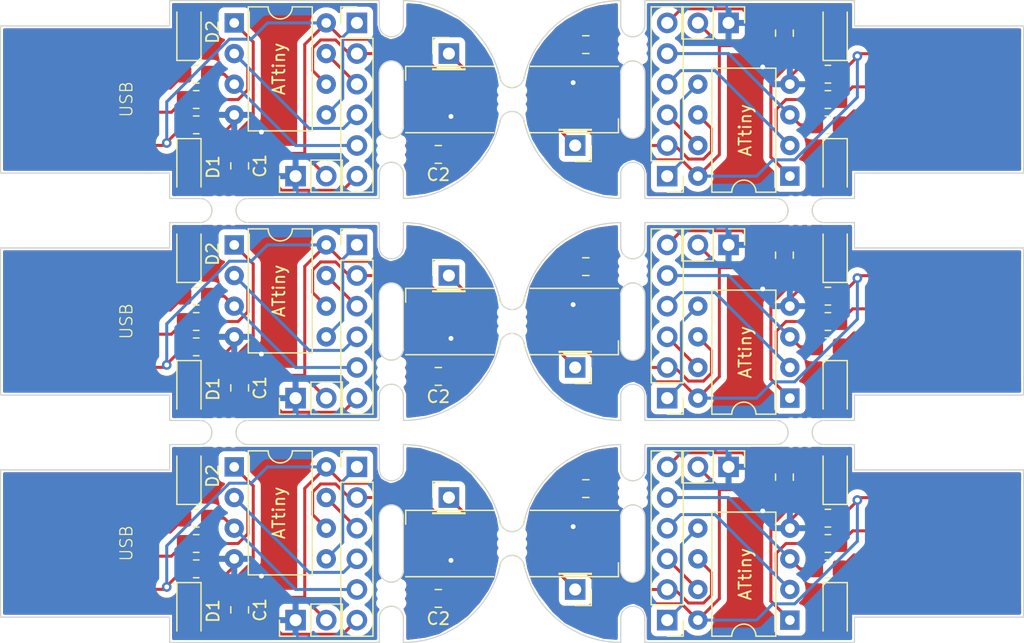
<source format=kicad_pcb>
(kicad_pcb (version 20221018) (generator pcbnew)
  (layers (0 "F.Cu" signal) (31 "B.Cu" signal) (34 "B.Paste" user) (35 "F.Paste" user) (36 "B.SilkS" user "B.Silkscreen") (37 "F.SilkS" user "F.Silkscreen") (38 "B.Mask" user) (39 "F.Mask" user) (44 "Edge.Cuts" user))
  (net 0 "")
  (net 1 "+5V")
  (net 2 "GND")
  (net 3 "Net-(D1-K)")
  (net 4 "Net-(D2-K)")
  (net 5 "Net-(D3-DIN)")
  (net 6 "Net-(J2-Pin_1)")
  (net 7 "Net-(J2-Pin_3)")
  (net 8 "Net-(J2-Pin_4)")
  (net 9 "Net-(J2-Pin_5)")
  (net 10 "Net-(D3-DOUT)")
  (net 11 "Net-(J2-Pin_6)")
  (footprint "Connector_PinHeader_2.54mm:PinHeader_1x02_P2.54mm_Vertical" (layer "F.Cu") (at 124.43 149.25 90)
    (fp_text reference "J9" hide)
    (fp_text value "Conn_01x02" hide)
  )
  (footprint "Resistor_SMD:R_0805_2012Metric_Pad1.20x1.40mm_HandSolder" (layer "F.Cu") (at 116.2 106.1 180)
    (fp_text reference "R2" hide)
    (fp_text value "68R" hide)
  )
  (footprint "LED_SMD:LED_SK6812_PLCC4_5.0x5.0mm_P3.2mm" (layer "F.Cu") (at 147.52 106.1)
    (fp_text reference "D9" hide)
    (fp_text value "SK6812")
  )
  (footprint "Diode_SMD:D_SOD-123" (layer "F.Cu") (at 169.12 148.5 -90)
    (fp_text reference "D2" hide)
    (fp_text value "3V6" hide)
  )
  (footprint "Connector_PinHeader_2.54mm:PinHeader_1x01_P2.54mm_Vertical" (layer "F.Cu") (at 137.13 120.69)
    (fp_text reference "J4" hide)
    (fp_text value "Conn_01x01" hide)
  )
  (footprint "Diode_SMD:D_SOD-123" (layer "F.Cu") (at 115.6 148.5 -90)
    (fp_text reference "D1")
    (fp_text value "3V6" hide)
  )
  (footprint "Resistor_SMD:R_0805_2012Metric_Pad1.20x1.40mm_HandSolder" (layer "F.Cu") (at 168.52 145)
    (fp_text reference "R1" hide)
    (fp_text value "68R" hide)
  )
  (footprint "Connector_PinHeader_2.54mm:PinHeader_1x06_P2.54mm_Vertical" (layer "F.Cu") (at 155.21 130.85 180)
    (fp_text reference "J5" hide)
    (fp_text value "Conn_01x06" hide)
  )
  (footprint "Resistor_SMD:R_0805_2012Metric_Pad1.20x1.40mm_HandSolder" (layer "F.Cu") (at 116.2 145)
    (fp_text reference "R9" hide)
    (fp_text value "1k5" hide)
  )
  (footprint "Diode_SMD:D_SOD-123" (layer "F.Cu") (at 115.6 111.7 -90)
    (fp_text reference "D1")
    (fp_text value "3V6" hide)
  )
  (footprint "Connector_PinHeader_2.54mm:PinHeader_1x01_P2.54mm_Vertical" (layer "F.Cu") (at 137.13 102.29)
    (fp_text reference "J1" hide)
    (fp_text value "Conn_01x01" hide)
  )
  (footprint "my_lib:mouse-bite-2mm-slot" (layer "F.Cu") (at 142.36 124.5 90)
    (fp_text reference "mouse-bite-2mm-slot" hide)
    (fp_text value "VAL**" hide)
  )
  (footprint "Diode_SMD:D_SOD-123" (layer "F.Cu") (at 169.12 100.5 90)
    (fp_text reference "D7" hide)
    (fp_text value "3V6" hide)
  )
  (footprint "Resistor_SMD:R_0805_2012Metric_Pad1.20x1.40mm_HandSolder" (layer "F.Cu") (at 116.2 124.5 180)
    (fp_text reference "R5" hide)
    (fp_text value "68R" hide)
  )
  (footprint "Capacitor_SMD:C_0805_2012Metric_Pad1.18x1.45mm_HandSolder" (layer "F.Cu") (at 136.25 147.45 180)
    (fp_text reference "C2")
    (fp_text value "100n" hide)
  )
  (footprint "Connector_PinHeader_2.54mm:PinHeader_1x01_P2.54mm_Vertical" (layer "F.Cu") (at 137.13 139.09)
    (fp_text reference "J7" hide)
    (fp_text value "Conn_01x01" hide)
  )
  (footprint "Resistor_SMD:R_0805_2012Metric_Pad1.20x1.40mm_HandSolder" (layer "F.Cu") (at 116.2 126.6)
    (fp_text reference "R6" hide)
    (fp_text value "1k5" hide)
  )
  (footprint "Package_DIP:DIP-8_W7.62mm" (layer "F.Cu") (at 119.35 118.15)
    (fp_text reference "U3" hide)
    (fp_text value "ATtiny85-20P" hide)
  )
  (footprint "my_lib:mouse-bite-2mm-slot" (layer "F.Cu") (at 132.36 110.3 90)
    (fp_text reference "mouse-bite-2mm-slot" hide)
    (fp_text value "VAL**" hide)
  )
  (footprint "my_lib:pcb_usb-connector" (layer "F.Cu") (at 104 106.15)
    (fp_text reference "U2" hide)
    (fp_text value "~" hide)
  )
  (footprint "Connector_PinHeader_2.54mm:PinHeader_1x01_P2.54mm_Vertical" (layer "F.Cu") (at 147.59 146.71 180)
    (fp_text reference "J1" hide)
    (fp_text value "Conn_01x01" hide)
  )
  (footprint "Capacitor_SMD:C_0805_2012Metric_Pad1.18x1.45mm_HandSolder" (layer "F.Cu") (at 148.47 138.35)
    (fp_text reference "C2" hide)
    (fp_text value "100n" hide)
  )
  (footprint "my_lib:pcb_usb-connector" (layer "F.Cu") (at 180.72 106.05 180)
    (fp_text reference "U6" hide)
    (fp_text value "~" hide)
  )
  (footprint "my_lib:mouse-bite-2mm-slot" (layer "F.Cu") (at 118.5 115.3)
    (fp_text reference "mouse-bite-2mm-slot" hide)
    (fp_text value "VAL**" hide)
  )
  (footprint "Package_DIP:DIP-8_W7.62mm" (layer "F.Cu") (at 165.37 112.45 180)
    (fp_text reference "U5" hide)
    (fp_text value "ATtiny85-20P" hide)
  )
  (footprint "my_lib:mouse-bite-2mm-slot" (layer "F.Cu") (at 152.36 138.7 -90)
    (fp_text reference "mouse-bite-2mm-slot" hide)
    (fp_text value "VAL**" hide)
  )
  (footprint "Resistor_SMD:R_0805_2012Metric_Pad1.20x1.40mm_HandSolder" (layer "F.Cu") (at 168.52 108.2)
    (fp_text reference "R7" hide)
    (fp_text value "68R" hide)
  )
  (footprint "Resistor_SMD:R_0805_2012Metric_Pad1.20x1.40mm_HandSolder" (layer "F.Cu") (at 116.2 142.9 180)
    (fp_text reference "R8" hide)
    (fp_text value "68R" hide)
  )
  (footprint "Connector_PinHeader_2.54mm:PinHeader_1x02_P2.54mm_Vertical" (layer "F.Cu") (at 160.29 136.55 -90)
    (fp_text reference "J3" hide)
    (fp_text value "Conn_01x02" hide)
  )
  (footprint "Diode_SMD:D_SOD-123" (layer "F.Cu") (at 115.6 137.3 90)
    (fp_text reference "D2")
    (fp_text value "3V6" hide)
  )
  (footprint "Capacitor_SMD:C_0805_2012Metric_Pad1.18x1.45mm_HandSolder" (layer "F.Cu") (at 148.47 101.55)
    (fp_text reference "C6" hide)
    (fp_text value "100n" hide)
  )
  (footprint "Capacitor_SMD:C_0805_2012Metric_Pad1.18x1.45mm_HandSolder" (layer "F.Cu") (at 119.8 130 -90)
    (fp_text reference "C1")
    (fp_text value "100n" hide)
  )
  (footprint "LED_SMD:LED_SK6812_PLCC4_5.0x5.0mm_P3.2mm" (layer "F.Cu") (at 147.52 142.9)
    (fp_text reference "D3" hide)
    (fp_text value "SK6812")
  )
  (footprint "my_lib:mouse-bite-2mm-slot" (layer "F.Cu") (at 142.36 106.1 90)
    (fp_text reference "mouse-bite-2mm-slot" hide)
    (fp_text value "VAL**" hide)
  )
  (footprint "Capacitor_SMD:C_0805_2012Metric_Pad1.18x1.45mm_HandSolder" (layer "F.Cu") (at 119.8 148.4 -90)
    (fp_text reference "C1")
    (fp_text value "100n" hide)
  )
  (footprint "LED_SMD:LED_SK6812_PLCC4_5.0x5.0mm_P3.2mm" (layer "F.Cu") (at 147.52 124.5)
    (fp_text reference "D6" hide)
    (fp_text value "SK6812")
  )
  (footprint "Connector_PinHeader_2.54mm:PinHeader_1x06_P2.54mm_Vertical" (layer "F.Cu") (at 129.51 136.55)
    (fp_text reference "J8" hide)
    (fp_text value "Conn_01x06" hide)
  )
  (footprint "Package_DIP:DIP-8_W7.62mm" (layer "F.Cu") (at 165.37 149.25 180)
    (fp_text reference "U1" hide)
    (fp_text value "ATtiny85-20P" hide)
  )
  (footprint "Connector_PinHeader_2.54mm:PinHeader_1x06_P2.54mm_Vertical" (layer "F.Cu") (at 155.21 149.25 180)
    (fp_text reference "J2" hide)
    (fp_text value "Conn_01x06" hide)
  )
  (footprint "Diode_SMD:D_SOD-123" (layer "F.Cu") (at 169.12 130.1 -90)
    (fp_text reference "D5" hide)
    (fp_text value "3V6" hide)
  )
  (footprint "Diode_SMD:D_SOD-123" (layer "F.Cu") (at 169.12 111.7 -90)
    (fp_text reference "D8" hide)
    (fp_text value "3V6" hide)
  )
  (footprint "Resistor_SMD:R_0805_2012Metric_Pad1.20x1.40mm_HandSolder" (layer "F.Cu") (at 168.52 142.9)
    (fp_text reference "R2" hide)
    (fp_text value "68R" hide)
  )
  (footprint "Resistor_SMD:R_0805_2012Metric_Pad1.20x1.40mm_HandSolder" (layer "F.Cu") (at 168.52 140.8 180)
    (fp_text reference "R4" hide)
    (fp_text value "1k5" hide)
  )
  (footprint "my_lib:pcb_usb-connector" (layer "F.Cu") (at 180.72 124.45 180)
    (fp_text reference "U4" hide)
    (fp_text value "~" hide)
  )
  (footprint "my_lib:mouse-bite-2mm-slot" (layer "F.Cu") (at 152.36 120.3 -90)
    (fp_text reference "mouse-bite-2mm-slot1" hide)
    (fp_text value "VAL**" hide)
  )
  (footprint "Resistor_SMD:R_0805_2012Metric_Pad1.20x1.40mm_HandSolder" (layer "F.Cu") (at 116.2 104 180)
    (fp_text reference "R1" hide)
    (fp_text value "68R" hide)
  )
  (footprint "Package_DIP:DIP-8_W7.62mm" (layer "F.Cu") (at 165.37 130.85 180)
    (fp_text reference "U3" hide)
    (fp_text value "ATtiny85-20P" hide)
  )
  (footprint "Resistor_SMD:R_0805_2012Metric_Pad1.20x1.40mm_HandSolder" (layer "F.Cu") (at 116.2 108.2)
    (fp_text reference "R4" hide)
    (fp_text value "1k5" hide)
  )
  (footprint "my_lib:mouse-bite-2mm-slot" (layer "F.Cu") (at 118.5 133.7)
    (fp_text reference "mouse-bite-2mm-slot" hide)
    (fp_text value "VAL**" hide)
  )
  (footprint "Diode_SMD:D_SOD-123" (layer "F.Cu") (at 115.6 118.9 90)
    (fp_text reference "D2")
    (fp_text value "3V6" hide)
  )
  (footprint "Resistor_SMD:R_0805_2012Metric_Pad1.20x1.40mm_HandSolder" (layer "F.Cu") (at 168.52 106.1)
    (fp_text reference "R8" hide)
    (fp_text value "68R" hide)
  )
  (footprint "my_lib:mouse-bite-2mm-slot" (layer "F.Cu") (at 152.36 101.9 -90)
    (fp_text reference "mouse-bite-2mm-slot2" hide)
    (fp_text value "VAL**" hide)
  )
  (footprint "Diode_SMD:D_SOD-123" (layer "F.Cu") (at 169.12 137.3 90)
    (fp_text reference "D1" hide)
    (fp_text value "3V6" hide)
  )
  (footprint "Connector_PinHeader_2.54mm:PinHeader_1x02_P2.54mm_Vertical" (layer "F.Cu") (at 160.29 118.15 -90)
    (fp_text reference "J6" hide)
    (fp_text value "Conn_01x02" hide)
  )
  (footprint "Package_DIP:DIP-8_W7.62mm" (layer "F.Cu") (at 119.35 99.75)
    (fp_text reference "U1" hide)
    (fp_text value "ATtiny85-20P" hide)
  )
  (footprint "Capacitor_SMD:C_0805_2012Metric_Pad1.18x1.45mm_HandSolder" (layer "F.Cu") (at 148.47 119.95)
    (fp_text reference "C4" hide)
    (fp_text value "100n" hide)
  )
  (footprint "Connector_PinHeader_2.54mm:PinHeader_1x06_P2.54mm_Vertical" (layer "F.Cu") (at 129.51 99.75)
    (fp_text reference "J2" hide)
    (fp_text value "Conn_01x06" hide)
  )
  (footprint "LED_SMD:LED_SK6812_PLCC4_5.0x5.0mm_P3.2mm" (layer "F.Cu") (at 137.2 124.5 180)
    (fp_text reference "D6" hide)
    (fp_text value "SK6812")
  )
  (footprint "my_lib:mouse-bite-2mm-slot" (layer "F.Cu") (at 166.22 133.7 180)
    (fp_text reference "mouse-bite-2mm-slot" hide)
    (fp_text value "VAL**" hide)
  )
  (footprint "my_lib:pcb_usb-connector" (layer "F.Cu") (at 104 124.55)
    (fp_text reference "U4" hide)
    (fp_text value "~" hide)
  )
  (footprint "Connector_PinHeader_2.54mm:PinHeader_1x06_P2.54mm_Vertical" (layer "F.Cu") (at 155.21 112.45 180)
    (fp_text reference "J8" hide)
    (fp_text value "Conn_01x06" hide)
  )
  (footprint "Resistor_SMD:R_0805_2012Metric_Pad1.20x1.40mm_HandSolder" (layer "F.Cu") (at 168.52 122.4 180)
    (fp_text reference "R6" hide)
    (fp_text value "1k5" hide)
  )
  (footprint "Capacitor_SMD:C_0805_2012Metric_Pad1.18x1.45mm_HandSolder" (layer "F.Cu") (at 164.92 119 90)
    (fp_text reference "C3" hide)
    (fp_text value "100n" hide)
  )
  (footprint "Capacitor_SMD:C_0805_2012Metric_Pad1.18x1.45mm_HandSolder" (layer "F.Cu") (at 164.92 137.4 90)
    (fp_text reference "C1" hide)
    (fp_text value "100n" hide)
  )
  (footprint "my_lib:mouse-bite-2mm-slot" (layer "F.Cu") (at 142.36 142.9 90)
    (fp_text reference "mouse-bite-2mm-slot" hide)
    (fp_text value "VAL**" hide)
  )
  (footprint "my_lib:mouse-bite-2mm-slot" (layer "F.Cu") (at 132.36 147.1 90)
    (fp_text reference "mouse-bite-2mm-slot2" hide)
    (fp_text value "VAL**" hide)
  )
  (footprint "Diode_SMD:D_SOD-123" (layer "F.Cu") (at 169.12 118.9 90)
    (fp_text reference "D4" hide)
    (fp_text value "3V6" hide)
  )
  (footprint "Connector_PinHeader_2.54mm:PinHeader_1x02_P2.54mm_Vertical" (layer "F.Cu") (at 124.43 112.45 90)
    (fp_text reference "J3" hide)
    (fp_text value "Conn_01x02" hide)
  )
  (footprint "my_lib:mouse-bite-2mm-slot" (layer "F.Cu") (at 132.36 128.7 90)
    (fp_text reference "mouse-bite-2mm-slot1" hide)
    (fp_text value "VAL**" hide)
  )
  (footprint "my_lib:mouse-bite-2mm-slot" (layer "F.Cu") (at 166.22 115.3 180)
    (fp_text reference "mouse-bite-2mm-slot" hide)
    (fp_text value "VAL**" hide)
  )
  (footprint "Capacitor_SMD:C_0805_2012Metric_Pad1.18x1.45mm_HandSolder" (layer "F.Cu") (at 136.25 129.05 180)
    (fp_text reference "C2")
    (fp_text value "100n" hide)
  )
  (footprint "Connector_PinHeader_2.54mm:PinHeader_1x01_P2.54mm_Vertical" (layer "F.Cu") (at 147.59 109.91 180)
    (fp_text reference "J7" hide)
    (fp_text value "Conn_01x01" hide)
  )
  (footprint "Diode_SMD:D_SOD-123" (layer "F.Cu") (at 115.6 100.5 90)
    (fp_text reference "D2")
    (fp_text value "3V6" hide)
  )
  (footprint "Resistor_SMD:R_0805_2012Metric_Pad1.20x1.40mm_HandSolder" (layer "F.Cu") (at 116.2 140.8 180)
    (fp_text reference "R7" hide)
    (fp_text value "68R" hide)
  )
  (footprint "Resistor_SMD:R_0805_2012Metric_Pad1.20x1.40mm_HandSolder" (layer "F.Cu") (at 168.52 104 180)
    (fp_text reference "R9" hide)
    (fp_text value "1k5" hide)
  )
  (footprint "Resistor_SMD:R_0805_2012Metric_Pad1.20x1.40mm_HandSolder" (layer "F.Cu") (at 116.2 122.4 180)
    (fp_text reference "R3" hide)
    (fp_text value "68R" hide)
  )
  (footprint "LED_SMD:LED_SK6812_PLCC4_5.0x5.0mm_P3.2mm" (layer "F.Cu") (at 137.2 142.9 180)
    (fp_text reference "D9" hide)
    (fp_text value "SK6812")
  )
  (footprint "Connector_PinHeader_2.54mm:PinHeader_1x02_P2.54mm_Vertical" (layer "F.Cu") (at 160.29 99.75 -90)
    (fp_text reference "J9" hide)
    (fp_text value "Conn_01x02" hide)
  )
  (footprint "Connector_PinHeader_2.54mm:PinHeader_1x06_P2.54mm_Vertical" (layer "F.Cu") (at 129.51 118.15)
    (fp_text reference "J5" hide)
    (fp_text value "Conn_01x06" hide)
  )
  (footprint "Resistor_SMD:R_0805_2012Metric_Pad1.20x1.40mm_HandSolder" (layer "F.Cu") (at 168.52 126.6)
    (fp_text reference "R3" hide)
    (fp_text value "68R" hide)
  )
  (footprint "Capacitor_SMD:C_0805_2012Metric_Pad1.18x1.45mm_HandSolder" (layer "F.Cu") (at 136.25 110.65 180)
    (fp_text reference "C2")
    (fp_text value "100n" hide)
  )
  (footprint "my_lib:pcb_usb-connector" (layer "F.Cu") (at 180.72 142.85 180)
    (fp_text reference "U2" hide)
    (fp_text value "~" hide)
  )
  (footprint "Package_DIP:DIP-8_W7.62mm" (layer "F.Cu") (at 119.35 136.55)
    (fp_text reference "U5" hide)
    (fp_text value "ATtiny85-20P" hide)
  )
  (footprint "Resistor_SMD:R_0805_2012Metric_Pad1.20x1.40mm_HandSolder" (layer "F.Cu") (at 168.52 124.5)
    (fp_text reference "R5" hide)
    (fp_text value "68R" hide)
  )
  (footprint "my_lib:pcb_usb-connector" (layer "F.Cu") (at 104 142.95)
    (fp_text reference "U6" hide)
    (fp_text value "~" hide)
  )
  (footprint "Capacitor_SMD:C_0805_2012Metric_Pad1.18x1.45mm_HandSolder" (layer "F.Cu") (at 119.8 111.6 -90)
    (fp_text reference "C1")
    (fp_text value "100n")
  )
  (footprint "Diode_SMD:D_SOD-123" (layer "F.Cu") (at 115.6 130.1 -90)
    (fp_text reference "D1")
    (fp_text value "3V6" hide)
  )
  (footprint "LED_SMD:LED_SK6812_PLCC4_5.0x5.0mm_P3.2mm" (layer "F.Cu") (at 137.2 106.1 180)
    (fp_text reference "D3" hide)
    (fp_text value "SK6812")
  )
  (footprint "Capacitor_SMD:C_0805_2012Metric_Pad1.18x1.45mm_HandSolder" (layer "F.Cu") (at 164.92 100.6 90)
    (fp_text reference "C5" hide)
    (fp_text value "100n" hide)
  )
  (footprint "Connector_PinHeader_2.54mm:PinHeader_1x02_P2.54mm_Vertical" (layer "F.Cu") (at 124.43 130.85 90)
    (fp_text reference "J6" hide)
    (fp_text value "Conn_01x02" hide)
  )
  (footprint "Connector_PinHeader_2.54mm:PinHeader_1x01_P2.54mm_Vertical" (layer "F.Cu") (at 147.59 128.31 180)
    (fp_text reference "J4" hide)
    (fp_text value "Conn_01x01" hide)
  )
  (gr_arc (start 116.5 132.7) (mid 117.5 133.7) (end 116.5 134.7) (stroke (width 0.1)) (layer "Edge.Cuts"))
  (gr_arc (start 151.36 114.3) (mid 146.229035 112.496343) (end 143.355266 107.87883) (stroke (width 0.1)) (layer "Edge.Cuts"))
  (gr_arc (start 151.36 122.3) (mid 152.36 121.3) (end 153.36 122.3) (stroke (width 0.1)) (layer "Edge.Cuts"))
  (gr_arc (start 153.36 126.7) (mid 152.36 127.7) (end 151.36 126.7) (stroke (width 0.1)) (layer "Edge.Cuts"))
  (gr_line (start 172.72 130.6) (end 170.72 130.6) (stroke (width 0.1)) (layer "Edge.Cuts"))
  (gr_line (start 170.72 100) (end 170.72 97.9) (stroke (width 0.1)) (layer "Edge.Cuts"))
  (gr_line (start 184.72 130.6) (end 184.72 118.4) (stroke (width 0.1)) (layer "Edge.Cuts"))
  (gr_arc (start 141.364734 107.87883) (mid 138.490965 112.496343) (end 133.36 114.3) (stroke (width 0.1)) (layer "Edge.Cuts"))
  (gr_line (start 153.36 116.3) (end 153.36 118.3) (stroke (width 0.1)) (layer "Edge.Cuts"))
  (gr_line (start 133.36 99.9) (end 133.36 97.9) (stroke (width 0.1)) (layer "Edge.Cuts"))
  (gr_arc (start 141.364734 126.27883) (mid 138.490965 130.896343) (end 133.36 132.7) (stroke (width 0.1)) (layer "Edge.Cuts"))
  (gr_arc (start 131.36 140.7) (mid 132.36 139.7) (end 133.36 140.7) (stroke (width 0.1)) (layer "Edge.Cuts"))
  (gr_line (start 172.72 100) (end 170.72 100) (stroke (width 0.1)) (layer "Edge.Cuts"))
  (gr_line (start 133.36 136.7) (end 133.36 134.7) (stroke (width 0.1)) (layer "Edge.Cuts"))
  (gr_line (start 172.72 118.4) (end 170.72 118.4) (stroke (width 0.1)) (layer "Edge.Cuts"))
  (gr_arc (start 153.36 136.7) (mid 152.36 137.7) (end 151.36 136.7) (stroke (width 0.1)) (layer "Edge.Cuts"))
  (gr_line (start 151.36 130.7) (end 151.36 132.7) (stroke (width 0.1)) (layer "Edge.Cuts"))
  (gr_arc (start 153.36 145.1) (mid 152.36 146.1) (end 151.36 145.1) (stroke (width 0.1)) (layer "Edge.Cuts"))
  (gr_arc (start 133.36 97.9) (mid 138.490965 99.703657) (end 141.364734 104.32117) (stroke (width 0.1)) (layer "Edge.Cuts"))
  (gr_line (start 170.72 118.4) (end 170.72 116.3) (stroke (width 0.1)) (layer "Edge.Cuts"))
  (gr_line (start 151.36 149.1) (end 151.36 151.1) (stroke (width 0.1)) (layer "Edge.Cuts"))
  (gr_arc (start 120.5 116.3) (mid 119.5 115.3) (end 120.5 114.3) (stroke (width 0.1)) (layer "Edge.Cuts"))
  (gr_line (start 114 97.9) (end 131.36 97.9) (stroke (width 0.1)) (layer "Edge.Cuts"))
  (gr_arc (start 120.5 134.7) (mid 119.5 133.7) (end 120.5 132.7) (stroke (width 0.1)) (layer "Edge.Cuts"))
  (gr_line (start 153.36 126.7) (end 153.36 122.3) (stroke (width 0.1)) (layer "Edge.Cuts"))
  (gr_line (start 153.36 114.3) (end 153.36 112.3) (stroke (width 0.1)) (layer "Edge.Cuts"))
  (gr_line (start 153.36 151.1) (end 153.36 149.1) (stroke (width 0.1)) (layer "Edge.Cuts"))
  (gr_line (start 151.36 136.7) (end 151.36 134.7) (stroke (width 0.1)) (layer "Edge.Cuts"))
  (gr_line (start 114 112.2) (end 114 114.3) (stroke (width 0.1)) (layer "Edge.Cuts"))
  (gr_line (start 184.72 136.8) (end 172.72 136.8) (stroke (width 0.1)) (layer "Edge.Cuts"))
  (gr_line (start 133.36 118.3) (end 133.36 116.3) (stroke (width 0.1)) (layer "Edge.Cuts"))
  (gr_arc (start 141.364734 144.67883) (mid 138.490965 149.296343) (end 133.36 151.1) (stroke (width 0.1)) (layer "Edge.Cuts"))
  (gr_line (start 112 100) (end 114 100) (stroke (width 0.1)) (layer "Edge.Cuts"))
  (gr_line (start 131.36 116.3) (end 131.36 118.3) (stroke (width 0.1)) (layer "Edge.Cuts"))
  (gr_line (start 184.72 112.2) (end 172.72 112.2) (stroke (width 0.1)) (layer "Edge.Cuts"))
  (gr_line (start 112 112.2) (end 114 112.2) (stroke (width 0.1)) (layer "Edge.Cuts"))
  (gr_line (start 131.36 132.7) (end 131.36 130.7) (stroke (width 0.1)) (layer "Edge.Cuts"))
  (gr_arc (start 131.36 122.3) (mid 132.36 121.3) (end 133.36 122.3) (stroke (width 0.1)) (layer "Edge.Cuts"))
  (gr_line (start 112 149) (end 114 149) (stroke (width 0.1)) (layer "Edge.Cuts"))
  (gr_line (start 114 149) (end 114 151.1) (stroke (width 0.1)) (layer "Edge.Cuts"))
  (gr_line (start 153.36 116.3) (end 164.22 116.3) (stroke (width 0.1)) (layer "Edge.Cuts"))
  (gr_line (start 112 118.4) (end 114 118.4) (stroke (width 0.1)) (layer "Edge.Cuts"))
  (gr_arc (start 151.36 140.7) (mid 152.36 139.7) (end 153.36 140.7) (stroke (width 0.1)) (layer "Edge.Cuts"))
  (gr_line (start 133.36 108.3) (end 133.36 103.9) (stroke (width 0.1)) (layer "Edge.Cuts"))
  (gr_line (start 131.36 116.3) (end 120.5 116.3) (stroke (width 0.1)) (layer "Edge.Cuts"))
  (gr_line (start 151.36 140.7) (end 151.36 145.1) (stroke (width 0.1)) (layer "Edge.Cuts"))
  (gr_line (start 100 118.4) (end 112 118.4) (stroke (width 0.1)) (layer "Edge.Cuts"))
  (gr_line (start 153.36 134.7) (end 153.36 136.7) (stroke (width 0.1)) (layer "Edge.Cuts"))
  (gr_line (start 100 130.6) (end 112 130.6) (stroke (width 0.1)) (layer "Edge.Cuts"))
  (gr_line (start 184.72 118.4) (end 172.72 118.4) (stroke (width 0.1)) (layer "Edge.Cuts"))
  (gr_line (start 114 130.6) (end 114 132.7) (stroke (width 0.1)) (layer "Edge.Cuts"))
  (gr_line (start 170.72 149) (end 170.72 151.1) (stroke (width 0.1)) (layer "Edge.Cuts"))
  (gr_arc (start 116.5 114.3) (mid 117.5 115.3) (end 116.5 116.3) (stroke (width 0.1)) (layer "Edge.Cuts"))
  (gr_arc (start 151.36 103.9) (mid 152.36 102.9) (end 153.36 103.9) (stroke (width 0.1)) (layer "Edge.Cuts"))
  (gr_line (start 170.72 116.3) (end 168.22 116.3) (stroke (width 0.1)) (layer "Edge.Cuts"))
  (gr_line (start 153.36 132.7) (end 153.36 130.7) (stroke (width 0.1)) (layer "Edge.Cuts"))
  (gr_line (start 131.36 103.9) (end 131.36 108.3) (stroke (width 0.1)) (layer "Edge.Cuts"))
  (gr_line (start 131.36 132.7) (end 120.5 132.7) (stroke (width 0.1)) (layer "Edge.Cuts"))
  (gr_line (start 184.72 149) (end 184.72 136.8) (stroke (width 0.1)) (layer "Edge.Cuts"))
  (gr_line (start 153.36 114.3) (end 164.22 114.3) (stroke (width 0.1)) (layer "Edge.Cuts"))
  (gr_line (start 114 114.3) (end 116.5 114.3) (stroke (width 0.1)) (layer "Edge.Cuts"))
  (gr_line (start 184.72 130.6) (end 172.72 130.6) (stroke (width 0.1)) (layer "Edge.Cuts"))
  (gr_arc (start 168.22 134.7) (mid 167.22 133.7) (end 168.22 132.7) (stroke (width 0.1)) (layer "Edge.Cuts"))
  (gr_line (start 114 118.4) (end 114 116.3) (stroke (width 0.1)) (layer "Edge.Cuts"))
  (gr_line (start 170.72 97.9) (end 153.36 97.9) (stroke (width 0.1)) (layer "Edge.Cuts"))
  (gr_arc (start 151.36 149.1) (mid 152.36 148.1) (end 153.36 149.1) (stroke (width 0.1)) (layer "Edge.Cuts"))
  (gr_line (start 172.72 112.2) (end 170.72 112.2) (stroke (width 0.1)) (layer "Edge.Cuts"))
  (gr_line (start 112 136.8) (end 114 136.8) (stroke (width 0.1)) (layer "Edge.Cuts"))
  (gr_line (start 100 112.2) (end 112 112.2) (stroke (width 0.1)) (layer "Edge.Cuts"))
  (gr_arc (start 131.36 112.3) (mid 132.36 111.3) (end 133.36 112.3) (stroke (width 0.1)) (layer "Edge.Cuts"))
  (gr_arc (start 151.36 130.7) (mid 152.36 129.7) (end 153.36 130.7) (stroke (width 0.1)) (layer "Edge.Cuts"))
  (gr_line (start 114 151.1) (end 131.36 151.1) (stroke (width 0.1)) (layer "Edge.Cuts"))
  (gr_line (start 133.36 130.7) (end 133.36 132.7) (stroke (width 0.1)) (layer "Edge.Cuts"))
  (gr_line (start 170.72 134.7) (end 168.22 134.7) (stroke (width 0.1)) (layer "Edge.Cuts"))
  (gr_line (start 153.36 132.7) (end 164.22 132.7) (stroke (width 0.1)) (layer "Edge.Cuts"))
  (gr_arc (start 133.36 116.3) (mid 138.490965 118.103657) (end 141.364734 122.72117) (stroke (width 0.1)) (layer "Edge.Cuts"))
  (gr_line (start 114 134.7) (end 116.5 134.7) (stroke (width 0.1)) (layer "Edge.Cuts"))
  (gr_line (start 131.36 114.3) (end 131.36 112.3) (stroke (width 0.1)) (layer "Edge.Cuts"))
  (gr_arc (start 141.364734 144.67883) (mid 142.36 143.880456) (end 143.355266 144.67883) (stroke (width 0.1)) (layer "Edge.Cuts"))
  (gr_line (start 153.36 145.1) (end 153.36 140.7) (stroke (width 0.1)) (layer "Edge.Cuts"))
  (gr_arc (start 143.355266 141.12117) (mid 142.36 141.919544) (end 141.364734 141.12117) (stroke (width 0.1)) (layer "Edge.Cuts"))
  (gr_line (start 170.72 136.8) (end 170.72 134.7) (stroke (width 0.1)) (layer "Edge.Cuts"))
  (gr_line (start 100 136.8) (end 100 149) (stroke (width 0.1)) (layer "Edge.Cuts"))
  (gr_line (start 184.72 112.2) (end 184.72 100) (stroke (width 0.1)) (layer "Edge.Cuts"))
  (gr_line (start 131.36 114.3) (end 120.5 114.3) (stroke (width 0.1)) (layer "Edge.Cuts"))
  (gr_arc (start 153.36 99.9) (mid 152.36 100.9) (end 151.36 99.9) (stroke (width 0.1)) (layer "Edge.Cuts"))
  (gr_line (start 184.72 149) (end 172.72 149) (stroke (width 0.1)) (layer "Edge.Cuts"))
  (gr_line (start 170.72 132.7) (end 168.22 132.7) (stroke (width 0.1)) (layer "Edge.Cuts"))
  (gr_line (start 114 132.7) (end 116.5 132.7) (stroke (width 0.1)) (layer "Edge.Cuts"))
  (gr_line (start 100 100) (end 112 100) (stroke (width 0.1)) (layer "Edge.Cuts"))
  (gr_line (start 151.36 103.9) (end 151.36 108.3) (stroke (width 0.1)) (layer "Edge.Cuts"))
  (gr_line (start 133.36 112.3) (end 133.36 114.3) (stroke (width 0.1)) (layer "Edge.Cuts"))
  (gr_line (start 131.36 134.7) (end 131.36 136.7) (stroke (width 0.1)) (layer "Edge.Cuts"))
  (gr_arc (start 133.36 108.3) (mid 132.36 109.3) (end 131.36 108.3) (stroke (width 0.1)) (layer "Edge.Cuts"))
  (gr_line (start 112 130.6) (end 114 130.6) (stroke (width 0.1)) (layer "Edge.Cuts"))
  (gr_arc (start 131.36 103.9) (mid 132.36 102.9) (end 133.36 103.9) (stroke (width 0.1)) (layer "Edge.Cuts"))
  (gr_line (start 170.72 130.6) (end 170.72 132.7) (stroke (width 0.1)) (layer "Edge.Cuts"))
  (gr_line (start 131.36 134.7) (end 120.5 134.7) (stroke (width 0.1)) (layer "Edge.Cuts"))
  (gr_line (start 153.36 97.9) (end 153.36 99.9) (stroke (width 0.1)) (layer "Edge.Cuts"))
  (gr_arc (start 164.22 114.3) (mid 165.22 115.3) (end 164.22 116.3) (stroke (width 0.1)) (layer "Edge.Cuts"))
  (gr_arc (start 133.36 136.7) (mid 132.36 137.7) (end 131.36 136.7) (stroke (width 0.1)) (layer "Edge.Cuts"))
  (gr_line (start 100 118.4) (end 100 130.6) (stroke (width 0.1)) (layer "Edge.Cuts"))
  (gr_arc (start 143.355266 141.12117) (mid 146.229035 136.503657) (end 151.36 134.7) (stroke (width 0.1)) (layer "Edge.Cuts"))
  (gr_arc (start 133.36 99.9) (mid 132.36 100.9) (end 131.36 99.9) (stroke (width 0.1)) (layer "Edge.Cuts"))
  (gr_line (start 131.36 151.1) (end 131.36 149.1) (stroke (width 0.1)) (layer "Edge.Cuts"))
  (gr_arc (start 143.355266 104.32117) (mid 146.229035 99.703657) (end 151.36 97.9) (stroke (width 0.1)) (layer "Edge.Cuts"))
  (gr_line (start 133.36 145.1) (end 133.36 140.7) (stroke (width 0.1)) (layer "Edge.Cuts"))
  (gr_arc (start 143.355266 122.72117) (mid 146.229035 118.103657) (end 151.36 116.3) (stroke (width 0.1)) (layer "Edge.Cuts"))
  (gr_line (start 114 116.3) (end 116.5 116.3) (stroke (width 0.1)) (layer "Edge.Cuts"))
  (gr_line (start 100 149) (end 112 149) (stroke (width 0.1)) (layer "Edge.Cuts"))
  (gr_line (start 170.72 151.1) (end 153.36 151.1) (stroke (width 0.1)) (layer "Edge.Cuts"))
  (gr_arc (start 164.22 132.7) (mid 165.22 133.7) (end 164.22 134.7) (stroke (width 0.1)) (layer "Edge.Cuts"))
  (gr_arc (start 143.355266 122.72117) (mid 142.36 123.519544) (end 141.364734 122.72117) (stroke (width 0.1)) (layer "Edge.Cuts"))
  (gr_line (start 153.36 134.7) (end 164.22 134.7) (stroke (width 0.1)) (layer "Edge.Cuts"))
  (gr_arc (start 133.36 134.7) (mid 138.490965 136.503657) (end 141.364734 141.12117) (stroke (width 0.1)) (layer "Edge.Cuts"))
  (gr_arc (start 151.36 132.7) (mid 146.229035 130.896343) (end 143.355266 126.27883) (stroke (width 0.1)) (layer "Edge.Cuts"))
  (gr_line (start 153.36 108.3) (end 153.36 103.9) (stroke (width 0.1)) (layer "Edge.Cuts"))
  (gr_line (start 151.36 99.9) (end 151.36 97.9) (stroke (width 0.1)) (layer "Edge.Cuts"))
  (gr_line (start 131.36 122.3) (end 131.36 126.7) (stroke (width 0.1)) (layer "Edge.Cuts"))
  (gr_line (start 114 100) (end 114 97.9) (stroke (width 0.1)) (layer "Edge.Cuts"))
  (gr_line (start 151.36 122.3) (end 151.36 126.7) (stroke (width 0.1)) (layer "Edge.Cuts"))
  (gr_line (start 170.72 112.2) (end 170.72 114.3) (stroke (width 0.1)) (layer "Edge.Cuts"))
  (gr_arc (start 143.355266 104.32117) (mid 142.36 105.119544) (end 141.364734 104.32117) (stroke (width 0.1)) (layer "Edge.Cuts"))
  (gr_arc (start 153.36 108.3) (mid 152.36 109.3) (end 151.36 108.3) (stroke (width 0.1)) (layer "Edge.Cuts"))
  (gr_arc (start 133.36 145.1) (mid 132.36 146.1) (end 131.36 145.1) (stroke (width 0.1)) (layer "Edge.Cuts"))
  (gr_arc (start 168.22 116.3) (mid 167.22 115.3) (end 168.22 114.3) (stroke (width 0.1)) (layer "Edge.Cuts"))
  (gr_arc (start 153.36 118.3) (mid 152.36 119.3) (end 151.36 118.3) (stroke (width 0.1)) (layer "Edge.Cuts"))
  (gr_line (start 172.72 149) (end 170.72 149) (stroke (width 0.1)) (layer "Edge.Cuts"))
  (gr_arc (start 131.36 149.1) (mid 132.36 148.1) (end 133.36 149.1) (stroke (width 0.1)) (layer "Edge.Cuts"))
  (gr_arc (start 131.36 130.7) (mid 132.36 129.7) (end 133.36 130.7) (stroke (width 0.1)) (layer "Edge.Cuts"))
  (gr_line (start 172.72 136.8) (end 170.72 136.8) (stroke (width 0.1)) (layer "Edge.Cuts"))
  (gr_arc (start 133.36 126.7) (mid 132.36 127.7) (end 131.36 126.7) (stroke (width 0.1)) (layer "Edge.Cuts"))
  (gr_line (start 184.72 100) (end 172.72 100) (stroke (width 0.1)) (layer "Edge.Cuts"))
  (gr_line (start 100 100) (end 100 112.2) (stroke (width 0.1)) (layer "Edge.Cuts"))
  (gr_line (start 131.36 140.7) (end 131.36 145.1) (stroke (width 0.1)) (layer "Edge.Cuts"))
  (gr_arc (start 151.36 151.1) (mid 146.229035 149.296343) (end 143.355266 144.67883) (stroke (width 0.1)) (layer "Edge.Cuts"))
  (gr_line (start 133.36 126.7) (end 133.36 122.3) (stroke (width 0.1)) (layer "Edge.Cuts"))
  (gr_line (start 100 136.8) (end 112 136.8) (stroke (width 0.1)) (layer "Edge.Cuts"))
  (gr_line (start 170.72 114.3) (end 168.22 114.3) (stroke (width 0.1)) (layer "Edge.Cuts"))
  (gr_arc (start 151.36 112.3) (mid 152.36 111.3) (end 153.36 112.3) (stroke (width 0.1)) (layer "Edge.Cuts"))
  (gr_arc (start 141.364734 107.87883) (mid 142.36 107.080456) (end 143.355266 107.87883) (stroke (width 0.1)) (layer "Edge.Cuts"))
  (gr_line (start 151.36 118.3) (end 151.36 116.3) (stroke (width 0.1)) (layer "Edge.Cuts"))
  (gr_arc (start 133.36 118.3) (mid 132.36 119.3) (end 131.36 118.3) (stroke (width 0.1)) (layer "Edge.Cuts"))
  (gr_line (start 151.36 112.3) (end 151.36 114.3) (stroke (width 0.1)) (layer "Edge.Cuts"))
  (gr_line (start 131.36 97.9) (end 131.36 99.9) (stroke (width 0.1)) (layer "Edge.Cuts"))
  (gr_line (start 133.36 149.1) (end 133.36 151.1) (stroke (width 0.1)) (layer "Edge.Cuts"))
  (gr_line (start 114 136.8) (end 114 134.7) (stroke (width 0.1)) (layer "Edge.Cuts"))
  (gr_arc (start 141.364734 126.27883) (mid 142.36 125.480456) (end 143.355266 126.27883) (stroke (width 0.1)) (layer "Edge.Cuts"))
  (segment (start 170.96 120.96) (end 169.52 122.4) (width 0.25) (layer "F.Cu") (net 1))
  (segment (start 159.53 101.53) (end 157.75 99.75) (width 0.25) (layer "F.Cu") (net 1))
  (segment (start 170.96 102.5) (end 170.96 102.56) (width 0.25) (layer "F.Cu") (net 1))
  (segment (start 137.8125 129.05) (end 139.65 127.2125) (width 0.25) (layer "F.Cu") (net 1))
  (segment (start 139.65 125.56) (end 139.65 126.1) (width 0.25) (layer "F.Cu") (net 1))
  (segment (start 145.07 141.84) (end 145.07 141.3) (width 0.25) (layer "F.Cu") (net 1))
  (segment (start 130.46 119.5) (end 131.2 120.24) (width 0.25) (layer "F.Cu") (net 1))
  (segment (start 125.19 110.67) (end 125.19 101.53) (width 0.25) (layer "F.Cu") (net 1))
  (segment (start 180.72 120.7) (end 171.22 120.7) (width 0.25) (layer "F.Cu") (net 1))
  (segment (start 164.92 120.0375) (end 159.6375 120.0375) (width 0.25) (layer "F.Cu") (net 1))
  (segment (start 125.19 138.33) (end 126.97 136.55) (width 0.25) (layer "F.Cu") (net 1))
  (segment (start 113.76 128.1) (end 113.76 128.04) (width 0.25) (layer "F.Cu") (net 1))
  (segment (start 119.8 128.9625) (end 125.0825 128.9625) (width 0.25) (layer "F.Cu") (net 1))
  (segment (start 125.0825 128.9625) (end 125.19 129.07) (width 0.25) (layer "F.Cu") (net 1))
  (segment (start 154.26 129.5) (end 153.52 128.76) (width 0.25) (layer "F.Cu") (net 1))
  (segment (start 145.07 140.1875) (end 145.07 141.3) (width 0.25) (layer "F.Cu") (net 1))
  (segment (start 128.32 101.1) (end 130.46 101.1) (width 0.25) (layer "F.Cu") (net 1))
  (segment (start 125.0825 147.3625) (end 125.19 147.47) (width 0.25) (layer "F.Cu") (net 1))
  (segment (start 154.26 111.1) (end 153.52 110.36) (width 0.25) (layer "F.Cu") (net 1))
  (segment (start 164.92 138.4375) (end 159.6375 138.4375) (width 0.25) (layer "F.Cu") (net 1))
  (segment (start 159.53 147.47) (end 157.75 149.25) (width 0.25) (layer "F.Cu") (net 1))
  (segment (start 145.07 123.44) (end 145.07 122.9) (width 0.25) (layer "F.Cu") (net 1))
  (segment (start 159.53 101.53) (end 159.53 110.67) (width 0.25) (layer "F.Cu") (net 1))
  (segment (start 125.19 147.47) (end 126.97 149.25) (width 0.25) (layer "F.Cu") (net 1))
  (segment (start 170.96 102.56) (end 169.52 104) (width 0.25) (layer "F.Cu") (net 1))
  (segment (start 125.19 147.47) (end 125.19 138.33) (width 0.25) (layer "F.Cu") (net 1))
  (segment (start 170.96 120.9) (end 170.96 120.96) (width 0.25) (layer "F.Cu") (net 1))
  (segment (start 119.8 110.5625) (end 125.0825 110.5625) (width 0.25) (layer "F.Cu") (net 1))
  (segment (start 171.22 139.1) (end 171.02 139.3) (width 0.25) (layer "F.Cu") (net 1))
  (segment (start 145.07 121.7875) (end 145.07 122.9) (width 0.25) (layer "F.Cu") (net 1))
  (segment (start 125.0825 110.5625) (end 125.19 110.67) (width 0.25) (layer "F.Cu") (net 1))
  (segment (start 131.2 138.64) (end 134.33 138.64) (width 0.25) (layer "F.Cu") (net 1))
  (segment (start 159.53 110.67) (end 157.75 112.45) (width 0.25) (layer "F.Cu") (net 1))
  (segment (start 131.2 101.84) (end 134.33 101.84) (width 0.25) (layer "F.Cu") (net 1))
  (segment (start 126.97 99.75) (end 128.32 101.1) (width 0.25) (layer "F.Cu") (net 1))
  (segment (start 113.76 146.5) (end 113.76 146.44) (width 0.25) (layer "F.Cu") (net 1))
  (segment (start 125.19 119.93) (end 126.97 118.15) (width 0.25) (layer "F.Cu") (net 1))
  (segment (start 125.19 110.67) (end 126.97 112.45) (width 0.25) (layer "F.Cu") (net 1))
  (segment (start 146.9075 101.55) (end 145.07 103.3875) (width 0.25) (layer "F.Cu") (net 1))
  (segment (start 145.07 103.3875) (end 145.07 104.5) (width 0.25) (layer "F.Cu") (net 1))
  (segment (start 153.52 128.76) (end 150.39 128.76) (width 0.25) (layer "F.Cu") (net 1))
  (segment (start 113.5 109.9) (end 113.7 109.7) (width 0.25) (layer "F.Cu") (net 1))
  (segment (start 139.65 143.96) (end 139.65 144.5) (width 0.25) (layer "F.Cu") (net 1))
  (segment (start 159.53 119.93) (end 159.53 129.07) (width 0.25) (layer "F.Cu") (net 1))
  (segment (start 137.8125 147.45) (end 139.65 145.6125) (width 0.25) (layer "F.Cu") (net 1))
  (segment (start 113.76 109.7) (end 113.76 109.64) (width 0.25) (layer "F.Cu") (net 1))
  (segment (start 156.4 147.9) (end 154.26 147.9) (width 0.25) (layer "F.Cu") (net 1))
  (segment (start 159.53 138.33) (end 157.75 136.55) (width 0.25) (layer "F.Cu") (net 1))
  (segment (start 170.96 139.3) (end 170.96 139.36) (width 0.25) (layer "F.Cu") (net 1))
  (segment (start 113.76 146.44) (end 115.2 145) (width 0.25) (layer "F.Cu") (net 1))
  (segment (start 153.52 147.16) (end 150.39 147.16) (width 0.25) (layer "F.Cu") (net 1))
  (segment (start 146.9075 138.35) (end 145.07 140.1875) (width 0.25) (layer "F.Cu") (net 1))
  (segment (start 119.8 147.3625) (end 125.0825 147.3625) (width 0.25) (layer "F.Cu") (net 1))
  (segment (start 113.5 146.7) (end 113.7 146.5) (width 0.25) (layer "F.Cu") (net 1))
  (segment (start 154.26 147.9) (end 153.52 147.16) (width 0.25) (layer "F.Cu") (net 1))
  (segment (start 126.97 118.15) (end 128.32 119.5) (width 0.25) (layer "F.Cu") (net 1))
  (segment (start 104 128.3) (end 113.5 128.3) (width 0.25) (layer "F.Cu") (net 1))
  (segment (start 157.75 112.45) (end 156.4 111.1) (width 0.25) (layer "F.Cu") (net 1))
  (segment (start 171.22 120.7) (end 171.02 120.9) (width 0.25) (layer "F.Cu") (net 1))
  (segment (start 139.65 108.8125) (end 139.65 107.7) (width 0.25) (layer "F.Cu") (net 1))
  (segment (start 153.52 110.36) (end 150.39 110.36) (width 0.25) (layer "F.Cu") (net 1))
  (segment (start 139.65 127.2125) (end 139.65 126.1) (width 0.25) (layer "F.Cu") (net 1))
  (segment (start 150.39 147.16) (end 145.07 141.84) (width 0.25) (layer "F.Cu") (net 1))
  (segment (start 130.46 101.1) (end 131.2 101.84) (width 0.25) (layer "F.Cu") (net 1))
  (segment (start 159.6375 101.6375) (end 159.53 101.53) (width 0.25) (layer "F.Cu") (net 1))
  (segment (start 180.72 139.1) (end 171.22 139.1) (width 0.25) (layer "F.Cu") (net 1))
  (segment (start 125.19 129.07) (end 126.97 130.85) (width 0.25) (layer "F.Cu") (net 1))
  (segment (start 164.92 101.6375) (end 159.6375 101.6375) (width 0.25) (layer "F.Cu") (net 1))
  (segment (start 171.22 102.3) (end 171.02 102.5) (width 0.25) (layer "F.Cu") (net 1))
  (segment (start 113.76 109.64) (end 115.2 108.2) (width 0.25) (layer "F.Cu") (net 1))
  (segment (start 159.6375 138.4375) (end 159.53 138.33) (width 0.25) (layer "F.Cu") (net 1))
  (segment (start 104 109.9) (end 113.5 109.9) (width 0.25) (layer "F.Cu") (net 1))
  (segment (start 146.9075 119.95) (end 145.07 121.7875) (width 0.25) (layer "F.Cu") (net 1))
  (segment (start 130.46 137.9) (end 131.2 138.64) (width 0.25) (layer "F.Cu") (net 1))
  (segment (start 128.32 137.9) (end 130.46 137.9) (width 0.25) (layer "F.Cu") (net 1))
  (segment (start 171.02 120.9) (end 170.96 120.9) (width 0.25) (layer "F.Cu") (net 1))
  (segment (start 113.5 128.3) (end 113.7 128.1) (width 0.25) (layer "F.Cu") (net 1))
  (segment (start 113.7 128.1) (end 113.76 128.1) (width 0.25) (layer "F.Cu") (net 1))
  (segment (start 113.7 146.5) (end 113.76 146.5) (width 0.25) (layer "F.Cu") (net 1))
  (segment (start 150.39 110.36) (end 145.07 105.04) (width 0.25) (layer "F.Cu") (net 1))
  (segment (start 159.53 129.07) (end 157.75 130.85) (width 0.25) (layer "F.Cu") (net 1))
  (segment (start 157.75 149.25) (end 156.4 147.9) (width 0.25) (layer "F.Cu") (net 1))
  (segment (start 134.33 120.24) (end 139.65 125.56) (width 0.25) (layer "F.Cu") (net 1))
  (segment (start 113.76 128.04) (end 115.2 126.6) (width 0.25) (layer "F.Cu") (net 1))
  (segment (start 125.19 101.53) (end 126.97 99.75) (width 0.25) (layer "F.Cu") (net 1))
  (segment (start 170.96 139.36) (end 169.52 140.8) (width 0.25) (layer "F.Cu") (net 1))
  (segment (start 159.53 119.93) (end 157.75 118.15) (width 0.25) (layer "F.Cu") (net 1))
  (segment (start 171.02 102.5) (end 170.96 102.5) (width 0.25) (layer "F.Cu") (net 1))
  (segment (start 180.72 102.3) (end 171.22 102.3) (width 0.25) (layer "F.Cu") (net 1))
  (segment (start 156.4 129.5) (end 154.26 129.5) (width 0.25) (layer "F.Cu") (net 1))
  (segment (start 157.75 130.85) (end 156.4 129.5) (width 0.25) (layer "F.Cu") (net 1))
  (segment (start 113.7 109.7) (end 113.76 109.7) (width 0.25) (layer "F.Cu") (net 1))
  (segment (start 128.32 119.5) (end 130.46 119.5) (width 0.25) (layer "F.Cu") (net 1))
  (segment (start 125.19 129.07) (end 125.19 119.93) (width 0.25) (layer "F.Cu") (net 1))
  (segment (start 139.65 145.6125) (end 139.65 144.5) (width 0.25) (layer "F.Cu") (net 1))
  (segment (start 159.53 138.33) (end 159.53 147.47) (width 0.25) (layer "F.Cu") (net 1))
  (segment (start 134.33 138.64) (end 139.65 143.96) (width 0.25) (layer "F.Cu") (net 1))
  (segment (start 145.07 105.04) (end 145.07 104.5) (width 0.25) (layer "F.Cu") (net 1))
  (segment (start 104 146.7) (end 113.5 146.7) (width 0.25) (layer "F.Cu") (net 1))
  (segment (start 156.4 111.1) (end 154.26 111.1) (width 0.25) (layer "F.Cu") (net 1))
  (segment (start 137.8125 110.65) (end 139.65 108.8125) (width 0.25) (layer "F.Cu") (net 1))
  (segment (start 159.6375 120.0375) (end 159.53 119.93) (width 0.25) (layer "F.Cu") (net 1))
  (segment (start 126.97 136.55) (end 128.32 137.9) (width 0.25) (layer "F.Cu") (net 1))
  (segment (start 171.02 139.3) (end 170.96 139.3) (width 0.25) (layer "F.Cu") (net 1))
  (segment (start 131.2 120.24) (end 134.33 120.24) (width 0.25) (layer "F.Cu") (net 1))
  (segment (start 139.65 107.16) (end 139.65 107.7) (width 0.25) (layer "F.Cu") (net 1))
  (segment (start 134.33 101.84) (end 139.65 107.16) (width 0.25) (layer "F.Cu") (net 1))
  (segment (start 150.39 128.76) (end 145.07 123.44) (width 0.25) (layer "F.Cu") (net 1))
  (via (at 113.76 146.5) (size 0.8) (drill 0.4) (layers "F.Cu" "B.Cu") (net 1))
  (via (at 170.96 139.3) (size 0.8) (drill 0.4) (layers "F.Cu" "B.Cu") (net 1))
  (via (at 170.96 102.5) (size 0.8) (drill 0.4) (layers "F.Cu" "B.Cu") (net 1))
  (via (at 170.96 120.9) (size 0.8) (drill 0.4) (layers "F.Cu" "B.Cu") (net 1))
  (via (at 113.76 128.1) (size 0.8) (drill 0.4) (layers "F.Cu" "B.Cu") (net 1))
  (via (at 113.76 109.7) (size 0.8) (drill 0.4) (layers "F.Cu" "B.Cu") (net 1))
  (segment (start 165.770991 147.9) (end 163.96 147.9) (width 0.25) (layer "B.Cu") (net 1))
  (segment (start 163.96 111.1) (end 162.61 112.45) (width 0.25) (layer "B.Cu") (net 1))
  (segment (start 120.76 137.9) (end 122.11 136.55) (width 0.25) (layer "B.Cu") (net 1))
  (segment (start 118.949009 101.1) (end 120.76 101.1) (width 0.25) (layer "B.Cu") (net 1))
  (segment (start 170.96 139.3) (end 170.96 142.710991) (width 0.25) (layer "B.Cu") (net 1))
  (segment (start 118.949009 137.9) (end 120.76 137.9) (width 0.25) (layer "B.Cu") (net 1))
  (segment (start 122.11 99.75) (end 126.97 99.75) (width 0.25) (layer "B.Cu") (net 1))
  (segment (start 165.770991 111.1) (end 163.96 111.1) (width 0.25) (layer "B.Cu") (net 1))
  (segment (start 113.76 143.089009) (end 118.949009 137.9) (width 0.25) (layer "B.Cu") (net 1))
  (segment (start 170.96 120.9) (end 170.96 124.310991) (width 0.25) (layer "B.Cu") (net 1))
  (segment (start 170.96 105.910991) (end 165.770991 111.1) (width 0.25) (layer "B.Cu") (net 1))
  (segment (start 162.61 130.85) (end 157.75 130.85) (width 0.25) (layer "B.Cu") (net 1))
  (segment (start 170.96 124.310991) (end 165.770991 129.5) (width 0.25) (layer "B.Cu") (net 1))
  (segment (start 113.76 146.5) (end 113.76 143.089009) (width 0.25) (layer "B.Cu") (net 1))
  (segment (start 170.96 142.710991) (end 165.770991 147.9) (width 0.25) (layer "B.Cu") (net 1))
  (segment (start 120.76 101.1) (end 122.11 99.75) (width 0.25) (layer "B.Cu") (net 1))
  (segment (start 122.11 136.55) (end 126.97 136.55) (width 0.25) (layer "B.Cu") (net 1))
  (segment (start 122.11 118.15) (end 126.97 118.15) (width 0.25) (layer "B.Cu") (net 1))
  (segment (start 162.61 112.45) (end 157.75 112.45) (width 0.25) (layer "B.Cu") (net 1))
  (segment (start 113.76 106.289009) (end 118.949009 101.1) (width 0.25) (layer "B.Cu") (net 1))
  (segment (start 170.96 102.5) (end 170.96 105.910991) (width 0.25) (layer "B.Cu") (net 1))
  (segment (start 163.96 129.5) (end 162.61 130.85) (width 0.25) (layer "B.Cu") (net 1))
  (segment (start 162.61 149.25) (end 157.75 149.25) (width 0.25) (layer "B.Cu") (net 1))
  (segment (start 163.96 147.9) (end 162.61 149.25) (width 0.25) (layer "B.Cu") (net 1))
  (segment (start 165.770991 129.5) (end 163.96 129.5) (width 0.25) (layer "B.Cu") (net 1))
  (segment (start 113.76 109.7) (end 113.76 106.289009) (width 0.25) (layer "B.Cu") (net 1))
  (segment (start 120.76 119.5) (end 122.11 118.15) (width 0.25) (layer "B.Cu") (net 1))
  (segment (start 118.949009 119.5) (end 120.76 119.5) (width 0.25) (layer "B.Cu") (net 1))
  (segment (start 113.76 124.689009) (end 118.949009 119.5) (width 0.25) (layer "B.Cu") (net 1))
  (segment (start 113.76 128.1) (end 113.76 124.689009) (width 0.25) (layer "B.Cu") (net 1))
  (segment (start 149.5075 101.55) (end 148.895 102.1625) (width 0.25) (layer "F.Cu") (net 2))
  (segment (start 119.35 144.17) (end 119.35 144.775431) (width 0.25) (layer "F.Cu") (net 2))
  (segment (start 165.37 104.224569) (end 169.12 100.474569) (width 0.25) (layer "F.Cu") (net 2))
  (segment (start 119.35 107.975431) (end 115.6 111.725431) (width 0.25) (layer "F.Cu") (net 2))
  (segment (start 169.12 118.874569) (end 169.12 117.25) (width 0.25) (layer "F.Cu") (net 2))
  (segment (start 119.35 144.775431) (end 115.6 148.525431) (width 0.25) (layer "F.Cu") (net 2))
  (segment (start 135.825 123.975) (end 134.75 122.9) (width 0.25) (layer "F.Cu") (net 2))
  (segment (start 165.37 141.63) (end 165.37 141.024569) (width 0.25) (layer "F.Cu") (net 2))
  (segment (start 148.895 138.9625) (end 148.895 143.425) (width 0.25) (layer "F.Cu") (net 2))
  (segment (start 148.895 125.025) (end 149.97 126.1) (width 0.25) (layer "F.Cu") (net 2))
  (segment (start 149.5075 119.95) (end 148.895 120.5625) (width 0.25) (layer "F.Cu") (net 2))
  (segment (start 135.825 110.0375) (end 135.825 105.575) (width 0.25) (layer "F.Cu") (net 2))
  (segment (start 119.35 107.37) (end 119.35 107.975431) (width 0.25) (layer "F.Cu") (net 2))
  (segment (start 169.12 100.474569) (end 169.12 98.85) (width 0.25) (layer "F.Cu") (net 2))
  (segment (start 149.5075 138.35) (end 148.895 138.9625) (width 0.25) (layer "F.Cu") (net 2))
  (segment (start 135.825 128.4375) (end 135.825 123.975) (width 0.25) (layer "F.Cu") (net 2))
  (segment (start 148.895 143.425) (end 149.97 144.5) (width 0.25) (layer "F.Cu") (net 2))
  (segment (start 135.2125 147.45) (end 135.825 146.8375) (width 0.25) (layer "F.Cu") (net 2))
  (segment (start 135.2125 110.65) (end 135.825 110.0375) (width 0.25) (layer "F.Cu") (net 2))
  (segment (start 135.825 146.8375) (end 135.825 142.375) (width 0.25) (layer "F.Cu") (net 2))
  (segment (start 148.895 102.1625) (end 148.895 106.625) (width 0.25) (layer "F.Cu") (net 2))
  (segment (start 135.825 142.375) (end 134.75 141.3) (width 0.25) (layer "F.Cu") (net 2))
  (segment (start 165.37 122.624569) (end 169.12 118.874569) (width 0.25) (layer "F.Cu") (net 2))
  (segment (start 165.37 104.83) (end 165.37 104.224569) (width 0.25) (layer "F.Cu") (net 2))
  (segment (start 135.2125 129.05) (end 135.825 128.4375) (width 0.25) (layer "F.Cu") (net 2))
  (segment (start 135.825 105.575) (end 134.75 104.5) (width 0.25) (layer "F.Cu") (net 2))
  (segment (start 115.6 130.125431) (end 115.6 131.75) (width 0.25) (layer "F.Cu") (net 2))
  (segment (start 169.12 137.274569) (end 169.12 135.65) (width 0.25) (layer "F.Cu") (net 2))
  (segment (start 165.37 123.23) (end 165.37 122.624569) (width 0.25) (layer "F.Cu") (net 2))
  (segment (start 165.37 141.024569) (end 169.12 137.274569) (width 0.25) (layer "F.Cu") (net 2))
  (segment (start 119.35 125.77) (end 119.35 126.375431) (width 0.25) (layer "F.Cu") (net 2))
  (segment (start 148.895 120.5625) (end 148.895 125.025) (width 0.25) (layer "F.Cu") (net 2))
  (segment (start 119.35 126.375431) (end 115.6 130.125431) (width 0.25) (layer "F.Cu") (net 2))
  (segment (start 115.6 111.725431) (end 115.6 113.35) (width 0.25) (layer "F.Cu") (net 2))
  (segment (start 148.895 106.625) (end 149.97 107.7) (width 0.25) (layer "F.Cu") (net 2))
  (segment (start 115.6 148.525431) (end 115.6 150.15) (width 0.25) (layer "F.Cu") (net 2))
  (via (at 121.6 108.8) (size 0.8) (drill 0.4) (layers "F.Cu" "B.Cu") (net 2))
  (via (at 147.42 123.1) (size 0.8) (drill 0.4) (layers "F.Cu" "B.Cu") (net 2))
  (via (at 147.42 104.7) (size 0.8) (drill 0.4) (layers "F.Cu" "B.Cu") (net 2))
  (via (at 137.3 107.5) (size 0.8) (drill 0.4) (layers "F.Cu" "B.Cu") (net 2))
  (via (at 121.6 145.6) (size 0.8) (drill 0.4) (layers "F.Cu" "B.Cu") (net 2))
  (via (at 163.12 103.4) (size 0.8) (drill 0.4) (layers "F.Cu" "B.Cu") (net 2))
  (via (at 163.12 140.2) (size 0.8) (drill 0.4) (layers "F.Cu" "B.Cu") (net 2))
  (via (at 121.6 127.2) (size 0.8) (drill 0.4) (layers "F.Cu" "B.Cu") (net 2))
  (via (at 147.42 141.5) (size 0.8) (drill 0.4) (layers "F.Cu" "B.Cu") (net 2))
  (via (at 137.3 144.3) (size 0.8) (drill 0.4) (layers "F.Cu" "B.Cu") (net 2))
  (via (at 137.3 125.9) (size 0.8) (drill 0.4) (layers "F.Cu" "B.Cu") (net 2))
  (via (at 163.12 121.8) (size 0.8) (drill 0.4) (layers "F.Cu" "B.Cu") (net 2))
  (segment (start 167.52 122.15) (end 167.52 122.4) (width 0.25) (layer "F.Cu") (net 3))
  (segment (start 115.2 124.5) (end 115.2 124.6) (width 0.25) (layer "F.Cu") (net 3))
  (segment (start 114.15 143.95) (end 115.2 142.9) (width 0.25) (layer "F.Cu") (net 3))
  (segment (start 169.52 124.5) (end 169.52 124.4) (width 0.25) (layer "F.Cu") (net 3))
  (segment (start 167.52 103.75) (end 167.52 104) (width 0.25) (layer "F.Cu") (net 3))
  (segment (start 115.2 106.1) (end 115.2 106.2) (width 0.25) (layer "F.Cu") (net 3))
  (segment (start 115.2 124.6) (end 117.2 126.6) (width 0.25) (layer "F.Cu") (net 3))
  (segment (start 114.15 107.15) (end 115.2 106.1) (width 0.25) (layer "F.Cu") (net 3))
  (segment (start 117.2 145.25) (end 117.2 145) (width 0.25) (layer "F.Cu") (net 3))
  (segment (start 169.52 124.4) (end 167.52 122.4) (width 0.25) (layer "F.Cu") (net 3))
  (segment (start 115.6 128.45) (end 117.2 126.85) (width 0.25) (layer "F.Cu") (net 3))
  (segment (start 170.57 123.45) (end 169.52 124.5) (width 0.25) (layer "F.Cu") (net 3))
  (segment (start 115.6 146.85) (end 117.2 145.25) (width 0.25) (layer "F.Cu") (net 3))
  (segment (start 115.2 142.9) (end 115.2 143) (width 0.25) (layer "F.Cu") (net 3))
  (segment (start 169.12 102.15) (end 167.52 103.75) (width 0.25) (layer "F.Cu") (net 3))
  (segment (start 169.52 142.9) (end 169.52 142.8) (width 0.25) (layer "F.Cu") (net 3))
  (segment (start 169.12 120.55) (end 167.52 122.15) (width 0.25) (layer "F.Cu") (net 3))
  (segment (start 104 143.95) (end 114.15 143.95) (width 0.25) (layer "F.Cu") (net 3))
  (segment (start 117.2 108.45) (end 117.2 108.2) (width 0.25) (layer "F.Cu") (net 3))
  (segment (start 115.2 143) (end 117.2 145) (width 0.25) (layer "F.Cu") (net 3))
  (segment (start 104 125.55) (end 114.15 125.55) (width 0.25) (layer "F.Cu") (net 3))
  (segment (start 104 107.15) (end 114.15 107.15) (width 0.25) (layer "F.Cu") (net 3))
  (segment (start 167.52 140.55) (end 167.52 140.8) (width 0.25) (layer "F.Cu") (net 3))
  (segment (start 180.72 123.45) (end 170.57 123.45) (width 0.25) (layer "F.Cu") (net 3))
  (segment (start 180.72 141.85) (end 170.57 141.85) (width 0.25) (layer "F.Cu") (net 3))
  (segment (start 115.2 106.2) (end 117.2 108.2) (width 0.25) (layer "F.Cu") (net 3))
  (segment (start 180.72 105.05) (end 170.57 105.05) (width 0.25) (layer "F.Cu") (net 3))
  (segment (start 169.12 138.95) (end 167.52 140.55) (width 0.25) (layer "F.Cu") (net 3))
  (segment (start 117.2 126.85) (end 117.2 126.6) (width 0.25) (layer "F.Cu") (net 3))
  (segment (start 115.6 110.05) (end 117.2 108.45) (width 0.25) (layer "F.Cu") (net 3))
  (segment (start 170.57 141.85) (end 169.52 142.9) (width 0.25) (layer "F.Cu") (net 3))
  (segment (start 169.52 142.8) (end 167.52 140.8) (width 0.25) (layer "F.Cu") (net 3))
  (segment (start 170.57 105.05) (end 169.52 106.1) (width 0.25) (layer "F.Cu") (net 3))
  (segment (start 169.52 106.1) (end 169.52 106) (width 0.25) (layer "F.Cu") (net 3))
  (segment (start 114.15 125.55) (end 115.2 124.5) (width 0.25) (layer "F.Cu") (net 3))
  (segment (start 169.52 106) (end 167.52 104) (width 0.25) (layer "F.Cu") (net 3))
  (segment (start 115.2 140.8) (end 115.2 139.35) (width 0.25) (layer "F.Cu") (net 4))
  (segment (start 169.52 126.6) (end 169.52 128.05) (width 0.25) (layer "F.Cu") (net 4))
  (segment (start 104 123.55) (end 114.05 123.55) (width 0.25) (layer "F.Cu") (net 4))
  (segment (start 115.2 104) (end 115.2 102.55) (width 0.25) (layer "F.Cu") (net 4))
  (segment (start 180.72 143.85) (end 170.67 143.85) (width 0.25) (layer "F.Cu") (net 4))
  (segment (start 170.67 107.05) (end 169.52 108.2) (width 0.25) (layer "F.Cu") (net 4))
  (segment (start 170.67 125.45) (end 169.52 126.6) (width 0.25) (layer "F.Cu") (net 4))
  (segment (start 169.52 145) (end 169.52 146.45) (width 0.25) (layer "F.Cu") (net 4))
  (segment (start 169.52 109.65) (end 169.12 110.05) (width 0.25) (layer "F.Cu") (net 4))
  (segment (start 169.52 108.2) (end 169.52 109.65) (width 0.25) (layer "F.Cu") (net 4))
  (segment (start 104 105.15) (end 114.05 105.15) (width 0.25) (layer "F.Cu") (net 4))
  (segment (start 114.05 141.95) (end 115.2 140.8) (width 0.25) (layer "F.Cu") (net 4))
  (segment (start 115.2 122.4) (end 115.2 120.95) (width 0.25) (layer "F.Cu") (net 4))
  (segment (start 169.52 128.05) (end 169.12 128.45) (width 0.25) (layer "F.Cu") (net 4))
  (segment (start 104 141.95) (end 114.05 141.95) (width 0.25) (layer "F.Cu") (net 4))
  (segment (start 180.72 107.05) (end 170.67 107.05) (width 0.25) (layer "F.Cu") (net 4))
  (segment (start 170.67 143.85) (end 169.52 145) (width 0.25) (layer "F.Cu") (net 4))
  (segment (start 115.2 102.55) (end 115.6 102.15) (width 0.25) (layer "F.Cu") (net 4))
  (segment (start 115.2 139.35) (end 115.6 138.95) (width 0.25) (layer "F.Cu") (net 4))
  (segment (start 115.2 120.95) (end 115.6 120.55) (width 0.25) (layer "F.Cu") (net 4))
  (segment (start 180.72 125.45) (end 170.67 125.45) (width 0.25) (layer "F.Cu") (net 4))
  (segment (start 169.52 146.45) (end 169.12 146.85) (width 0.25) (layer "F.Cu") (net 4))
  (segment (start 114.05 105.15) (end 115.2 104) (width 0.25) (layer "F.Cu") (net 4))
  (segment (start 114.05 123.55) (end 115.2 122.4) (width 0.25) (layer "F.Cu") (net 4))
  (segment (start 125.845 140.505) (end 125.845 138.624009) (width 0.25) (layer "F.Cu") (net 5))
  (segment (start 132.344657 102.29) (end 133.675 103.620343) (width 0.25) (layer "F.Cu") (net 5))
  (segment (start 151.045 123.975) (end 149.97 122.9) (width 0.25) (layer "F.Cu") (net 5))
  (segment (start 133.675 106.625) (end 134.75 107.7) (width 0.25) (layer "F.Cu") (net 5))
  (segment (start 158.875 110.375991) (end 158.215991 111.035) (width 0.25) (layer "F.Cu") (net 5))
  (segment (start 128.873604 120.69) (end 129.51 120.69) (width 0.25) (layer "F.Cu") (net 5))
  (segment (start 151.045 145.379657) (end 151.045 142.375) (width 0.25) (layer "F.Cu") (net 5))
  (segment (start 128.873604 139.09) (end 129.51 139.09) (width 0.25) (layer "F.Cu") (net 5))
  (segment (start 156.971396 111.035) (end 155.846396 109.91) (width 0.25) (layer "F.Cu") (net 5))
  (segment (start 125.845 138.624009) (end 126.504009 137.965) (width 0.25) (layer "F.Cu") (net 5))
  (segment (start 152.375343 109.91) (end 151.045 108.579657) (width 0.25) (layer "F.Cu") (net 5))
  (segment (start 151.045 105.575) (end 149.97 104.5) (width 0.25) (layer "F.Cu") (net 5))
  (segment (start 126.97 123.23) (end 125.845 122.105) (width 0.25) (layer "F.Cu") (net 5))
  (segment (start 128.873604 102.29) (end 129.51 102.29) (width 0.25) (layer "F.Cu") (net 5))
  (segment (start 133.675 125.025) (end 134.75 126.1) (width 0.25) (layer "F.Cu") (net 5))
  (segment (start 125.845 122.105) (end 125.845 120.224009) (width 0.25) (layer "F.Cu") (net 5))
  (segment (start 155.846396 128.31) (end 155.21 128.31) (width 0.25) (layer "F.Cu") (net 5))
  (segment (start 158.215991 147.835) (end 156.971396 147.835) (width 0.25) (layer "F.Cu") (net 5))
  (segment (start 129.51 120.69) (end 132.344657 120.69) (width 0.25) (layer "F.Cu") (net 5))
  (segment (start 158.215991 129.435) (end 156.971396 129.435) (width 0.25) (layer "F.Cu") (net 5))
  (segment (start 152.375343 146.71) (end 151.045 145.379657) (width 0.25) (layer "F.Cu") (net 5))
  (segment (start 125.845 101.824009) (end 126.504009 101.165) (width 0.25) (layer "F.Cu") (net 5))
  (segment (start 156.971396 147.835) (end 155.846396 146.71) (width 0.25) (layer "F.Cu") (net 5))
  (segment (start 156.971396 129.435) (end 155.846396 128.31) (width 0.25) (layer "F.Cu") (net 5))
  (segment (start 126.504009 137.965) (end 127.748604 137.965) (width 0.25) (layer "F.Cu") (net 5))
  (segment (start 155.21 109.91) (end 152.375343 109.91) (width 0.25) (layer "F.Cu") (net 5))
  (segment (start 158.875 128.775991) (end 158.215991 129.435) (width 0.25) (layer "F.Cu") (net 5))
  (segment (start 158.875 147.175991) (end 158.215991 147.835) (width 0.25) (layer "F.Cu") (net 5))
  (segment (start 133.675 143.425) (end 134.75 144.5) (width 0.25) (layer "F.Cu") (net 5))
  (segment (start 157.75 144.17) (end 158.875 145.295) (width 0.25) (layer "F.Cu") (net 5))
  (segment (start 155.846396 146.71) (end 155.21 146.71) (width 0.25) (layer "F.Cu") (net 5))
  (segment (start 132.344657 139.09) (end 133.675 140.420343) (width 0.25) (layer "F.Cu") (net 5))
  (segment (start 151.045 108.579657) (end 151.045 105.575) (width 0.25) (layer "F.Cu") (net 5))
  (segment (start 129.51 139.09) (end 132.344657 139.09) (width 0.25) (layer "F.Cu") (net 5))
  (segment (start 152.375343 128.31) (end 151.045 126.979657) (width 0.25) (layer "F.Cu") (net 5))
  (segment (start 158.215991 111.035) (end 156.971396 111.035) (width 0.25) (layer "F.Cu") (net 5))
  (segment (start 133.675 103.620343) (end 133.675 106.625) (width 0.25) (layer "F.Cu") (net 5))
  (segment (start 125.845 120.224009) (end 126.504009 119.565) (width 0.25) (layer "F.Cu") (net 5))
  (segment (start 158.875 108.495) (end 158.875 110.375991) (width 0.25) (layer "F.Cu") (net 5))
  (segment (start 126.504009 101.165) (end 127.748604 101.165) (width 0.25) (layer "F.Cu") (net 5))
  (segment (start 132.344657 120.69) (end 133.675 122.020343) (width 0.25) (layer "F.Cu") (net 5))
  (segment (start 155.846396 109.91) (end 155.21 109.91) (width 0.25) (layer "F.Cu") (net 5))
  (segment (start 155.21 128.31) (end 152.375343 128.31) (width 0.25) (layer "F.Cu") (net 5))
  (segment (start 158.875 145.295) (end 158.875 147.175991) (width 0.25) (layer "F.Cu") (net 5))
  (segment (start 157.75 125.77) (end 158.875 126.895) (width 0.25) (layer "F.Cu") (net 5))
  (segment (start 127.748604 101.165) (end 128.873604 102.29) (width 0.25) (layer "F.Cu") (net 5))
  (segment (start 155.21 146.71) (end 152.375343 146.71) (width 0.25) (layer "F.Cu") (net 5))
  (segment (start 125.845 103.705) (end 125.845 101.824009) (width 0.25) (layer "F.Cu") (net 5))
  (segment (start 127.748604 119.565) (end 128.873604 120.69) (width 0.25) (layer "F.Cu") (net 5))
  (segment (start 151.045 126.979657) (end 151.045 123.975) (width 0.25) (layer "F.Cu") (net 5))
  (segment (start 127.748604 137.965) (end 128.873604 139.09) (width 0.25) (layer "F.Cu") (net 5))
  (segment (start 133.675 122.020343) (end 133.675 125.025) (width 0.25) (layer "F.Cu") (net 5))
  (segment (start 133.675 140.420343) (end 133.675 143.425) (width 0.25) (layer "F.Cu") (net 5))
  (segment (start 126.97 141.63) (end 125.845 140.505) (width 0.25) (layer "F.Cu") (net 5))
  (segment (start 126.97 104.83) (end 125.845 103.705) (width 0.25) (layer "F.Cu") (net 5))
  (segment (start 126.504009 119.565) (end 127.748604 119.565) (width 0.25) (layer "F.Cu") (net 5))
  (segment (start 158.875 126.895) (end 158.875 128.775991) (width 0.25) (layer "F.Cu") (net 5))
  (segment (start 129.51 102.29) (end 132.344657 102.29) (width 0.25) (layer "F.Cu") (net 5))
  (segment (start 151.045 142.375) (end 149.97 141.3) (width 0.25) (layer "F.Cu") (net 5))
  (segment (start 157.75 107.37) (end 158.875 108.495) (width 0.25) (layer "F.Cu") (net 5))
  (segment (start 126.97 107.37) (end 128.335 106.005) (width 0.25) (layer "B.Cu") (net 6))
  (segment (start 157.75 104.83) (end 156.385 106.195) (width 0.25) (layer "B.Cu") (net 6))
  (segment (start 157.75 123.23) (end 156.385 124.595) (width 0.25) (layer "B.Cu") (net 6))
  (segment (start 156.385 111.275) (end 155.21 112.45) (width 0.25) (layer "B.Cu") (net 6))
  (segment (start 156.385 148.075) (end 155.21 149.25) (width 0.25) (layer "B.Cu") (net 6))
  (segment (start 128.335 137.725) (end 129.51 136.55) (width 0.25) (layer "B.Cu") (net 6))
  (segment (start 128.335 100.925) (end 129.51 99.75) (width 0.25) (layer "B.Cu") (net 6))
  (segment (start 126.97 144.17) (end 128.335 142.805) (width 0.25) (layer "B.Cu") (net 6))
  (segment (start 156.385 106.195) (end 156.385 111.275) (width 0.25) (layer "B.Cu") (net 6))
  (segment (start 156.385 142.995) (end 156.385 148.075) (width 0.25) (layer "B.Cu") (net 6))
  (segment (start 128.335 124.405) (end 128.335 119.325) (width 0.25) (layer "B.Cu") (net 6))
  (segment (start 128.335 106.005) (end 128.335 100.925) (width 0.25) (layer "B.Cu") (net 6))
  (segment (start 128.335 119.325) (end 129.51 118.15) (width 0.25) (layer "B.Cu") (net 6))
  (segment (start 156.385 129.675) (end 155.21 130.85) (width 0.25) (layer "B.Cu") (net 6))
  (segment (start 128.335 142.805) (end 128.335 137.725) (width 0.25) (layer "B.Cu") (net 6))
  (segment (start 126.97 125.77) (end 128.335 124.405) (width 0.25) (layer "B.Cu") (net 6))
  (segment (start 156.385 124.595) (end 156.385 129.675) (width 0.25) (layer "B.Cu") (net 6))
  (segment (start 157.75 141.63) (end 156.385 142.995) (width 0.25) (layer "B.Cu") (net 6))
  (segment (start 126.97 102.29) (end 129.51 104.83) (width 0.25) (layer "F.Cu") (net 7))
  (segment (start 126.97 139.09) (end 129.51 141.63) (width 0.25) (layer "F.Cu") (net 7))
  (segment (start 157.75 146.71) (end 155.21 144.17) (width 0.25) (layer "F.Cu") (net 7))
  (segment (start 126.97 120.69) (end 129.51 123.23) (width 0.25) (layer "F.Cu") (net 7))
  (segment (start 157.75 109.91) (end 155.21 107.37) (width 0.25) (layer "F.Cu") (net 7))
  (segment (start 157.75 128.31) (end 155.21 125.77) (width 0.25) (layer "F.Cu") (net 7))
  (segment (start 164.245 106.904009) (end 164.245 108.785) (width 0.25) (layer "F.Cu") (net 8))
  (segment (start 119.670991 106.1) (end 120.475 105.295991) (width 0.25) (layer "F.Cu") (net 8))
  (segment (start 164.245 125.304009) (end 164.245 127.185) (width 0.25) (layer "F.Cu") (net 8))
  (segment (start 167.52 106.1) (end 165.049009 106.1) (width 0.25) (layer "F.Cu") (net 8))
  (segment (start 120.475 103.415) (end 119.35 102.29) (width 0.25) (layer "F.Cu") (net 8))
  (segment (start 120.475 123.695991) (end 120.475 121.815) (width 0.25) (layer "F.Cu") (net 8))
  (segment (start 119.670991 142.9) (end 120.475 142.095991) (width 0.25) (layer "F.Cu") (net 8))
  (segment (start 165.049009 142.9) (end 164.245 143.704009) (width 0.25) (layer "F.Cu") (net 8))
  (segment (start 164.245 143.704009) (end 164.245 145.585) (width 0.25) (layer "F.Cu") (net 8))
  (segment (start 167.52 124.5) (end 165.049009 124.5) (width 0.25) (layer "F.Cu") (net 8))
  (segment (start 120.475 121.815) (end 119.35 120.69) (width 0.25) (layer "F.Cu") (net 8))
  (segment (start 120.475 142.095991) (end 120.475 140.215) (width 0.25) (layer "F.Cu") (net 8))
  (segment (start 119.670991 124.5) (end 120.475 123.695991) (width 0.25) (layer "F.Cu") (net 8))
  (segment (start 120.475 105.295991) (end 120.475 103.415) (width 0.25) (layer "F.Cu") (net 8))
  (segment (start 167.52 142.9) (end 165.049009 142.9) (width 0.25) (layer "F.Cu") (net 8))
  (segment (start 117.2 142.9) (end 119.670991 142.9) (width 0.25) (layer "F.Cu") (net 8))
  (segment (start 165.049009 124.5) (end 164.245 125.304009) (width 0.25) (layer "F.Cu") (net 8))
  (segment (start 164.245 145.585) (end 165.37 146.71) (width 0.25) (layer "F.Cu") (net 8))
  (segment (start 165.049009 106.1) (end 164.245 106.904009) (width 0.25) (layer "F.Cu") (net 8))
  (segment (start 117.2 106.1) (end 119.670991 106.1) (width 0.25) (layer "F.Cu") (net 8))
  (segment (start 164.245 127.185) (end 165.37 128.31) (width 0.25) (layer "F.Cu") (net 8))
  (segment (start 164.245 108.785) (end 165.37 109.91) (width 0.25) (layer "F.Cu") (net 8))
  (segment (start 120.475 140.215) (end 119.35 139.09) (width 0.25) (layer "F.Cu") (net 8))
  (segment (start 117.2 124.5) (end 119.670991 124.5) (width 0.25) (layer "F.Cu") (net 8))
  (segment (start 156.335 122.105) (end 155.21 123.23) (width 0.25) (layer "B.Cu") (net 8))
  (segment (start 125.555 126.895) (end 128.385 126.895) (width 0.25) (layer "B.Cu") (net 8))
  (segment (start 159.165 122.105) (end 156.335 122.105) (width 0.25) (layer "B.Cu") (net 8))
  (segment (start 119.35 102.29) (end 125.555 108.495) (width 0.25) (layer "B.Cu") (net 8))
  (segment (start 156.335 103.705) (end 155.21 104.83) (width 0.25) (layer "B.Cu") (net 8))
  (segment (start 128.385 108.495) (end 129.51 107.37) (width 0.25) (layer "B.Cu") (net 8))
  (segment (start 156.335 140.505) (end 155.21 141.63) (width 0.25) (layer "B.Cu") (net 8))
  (segment (start 119.35 139.09) (end 125.555 145.295) (width 0.25) (layer "B.Cu") (net 8))
  (segment (start 125.555 108.495) (end 128.385 108.495) (width 0.25) (layer "B.Cu") (net 8))
  (segment (start 165.37 109.91) (end 159.165 103.705) (width 0.25) (layer "B.Cu") (net 8))
  (segment (start 165.37 128.31) (end 159.165 122.105) (width 0.25) (layer "B.Cu") (net 8))
  (segment (start 159.165 140.505) (end 156.335 140.505) (width 0.25) (layer "B.Cu") (net 8))
  (segment (start 119.35 120.69) (end 125.555 126.895) (width 0.25) (layer "B.Cu") (net 8))
  (segment (start 165.37 146.71) (end 159.165 140.505) (width 0.25) (layer "B.Cu") (net 8))
  (segment (start 128.385 126.895) (end 129.51 125.77) (width 0.25) (layer "B.Cu") (net 8))
  (segment (start 159.165 103.705) (end 156.335 103.705) (width 0.25) (layer "B.Cu") (net 8))
  (segment (start 125.555 145.295) (end 128.385 145.295) (width 0.25) (layer "B.Cu") (net 8))
  (segment (start 128.385 145.295) (end 129.51 144.17) (width 0.25) (layer "B.Cu") (net 8))
  (segment (start 166.2 145) (end 165.37 144.17) (width 0.25) (layer "F.Cu") (net 9))
  (segment (start 166.2 108.2) (end 165.37 107.37) (width 0.25) (layer "F.Cu") (net 9))
  (segment (start 118.52 140.8) (end 119.35 141.63) (width 0.25) (layer "F.Cu") (net 9))
  (segment (start 117.2 122.4) (end 118.52 122.4) (width 0.25) (layer "F.Cu") (net 9))
  (segment (start 167.52 126.6) (end 166.2 126.6) (width 0.25) (layer "F.Cu") (net 9))
  (segment (start 117.2 140.8) (end 118.52 140.8) (width 0.25) (layer "F.Cu") (net 9))
  (segment (start 118.52 104) (end 119.35 104.83) (width 0.25) (layer "F.Cu") (net 9))
  (segment (start 117.2 104) (end 118.52 104) (width 0.25) (layer "F.Cu") (net 9))
  (segment (start 167.52 145) (end 166.2 145) (width 0.25) (layer "F.Cu") (net 9))
  (segment (start 118.52 122.4) (end 119.35 123.23) (width 0.25) (layer "F.Cu") (net 9))
  (segment (start 166.2 126.6) (end 165.37 125.77) (width 0.25) (layer "F.Cu") (net 9))
  (segment (start 167.52 108.2) (end 166.2 108.2) (width 0.25) (layer "F.Cu") (net 9))
  (segment (start 124.43 128.31) (end 129.51 128.31) (width 0.25) (layer "B.Cu") (net 9))
  (segment (start 124.43 109.91) (end 129.51 109.91) (width 0.25) (layer "B.Cu") (net 9))
  (segment (start 119.35 123.23) (end 124.43 128.31) (width 0.25) (layer "B.Cu") (net 9))
  (segment (start 160.29 102.29) (end 155.21 102.29) (width 0.25) (layer "B.Cu") (net 9))
  (segment (start 119.35 104.83) (end 124.43 109.91) (width 0.25) (layer "B.Cu") (net 9))
  (segment (start 119.35 141.63) (end 124.43 146.71) (width 0.25) (layer "B.Cu") (net 9))
  (segment (start 165.37 144.17) (end 160.29 139.09) (width 0.25) (layer "B.Cu") (net 9))
  (segment (start 160.29 120.69) (end 155.21 120.69) (width 0.25) (layer "B.Cu") (net 9))
  (segment (start 165.37 107.37) (end 160.29 102.29) (width 0.25) (layer "B.Cu") (net 9))
  (segment (start 160.29 139.09) (end 155.21 139.09) (width 0.25) (layer "B.Cu") (net 9))
  (segment (start 165.37 125.77) (end 160.29 120.69) (width 0.25) (layer "B.Cu") (net 9))
  (segment (start 124.43 146.71) (end 129.51 146.71) (width 0.25) (layer "B.Cu") (net 9))
  (segment (start 145.38 126.1) (end 147.59 128.31) (width 0.25) (layer "F.Cu") (net 10))
  (segment (start 145.07 107.7) (end 145.38 107.7) (width 0.25) (layer "F.Cu") (net 10))
  (segment (start 145.07 144.5) (end 145.38 144.5) (width 0.25) (layer "F.Cu") (net 10))
  (segment (start 139.34 141.3) (end 137.13 139.09) (width 0.25) (layer "F.Cu") (net 10))
  (segment (start 139.65 104.5) (end 139.34 104.5) (width 0.25) (layer "F.Cu") (net 10))
  (segment (start 139.65 122.9) (end 139.34 122.9) (width 0.25) (layer "F.Cu") (net 10))
  (segment (start 139.65 141.3) (end 139.34 141.3) (width 0.25) (layer "F.Cu") (net 10))
  (segment (start 139.34 122.9) (end 137.13 120.69) (width 0.25) (layer "F.Cu") (net 10))
  (segment (start 145.07 126.1) (end 145.38 126.1) (width 0.25) (layer "F.Cu") (net 10))
  (segment (start 145.38 144.5) (end 147.59 146.71) (width 0.25) (layer "F.Cu") (net 10))
  (segment (start 139.34 104.5) (end 137.13 102.29) (width 0.25) (layer "F.Cu") (net 10))
  (segment (start 145.38 107.7) (end 147.59 109.91) (width 0.25) (layer "F.Cu") (net 10))
  (segment (start 118.911827 127.45) (end 118.5 127.861827) (width 0.25) (layer "F.Cu") (net 11))
  (segment (start 120.925 138.125) (end 120.925 144.335) (width 0.25) (layer "F.Cu") (net 11))
  (segment (start 123.285 113.625) (end 128.335 113.625) (width 0.25) (layer "F.Cu") (net 11))
  (segment (start 163.795 110.875) (end 163.795 104.665) (width 0.25) (layer "F.Cu") (net 11))
  (segment (start 166.22 102.738173) (end 166.22 101.311827) (width 0.25) (layer "F.Cu") (net 11))
  (segment (start 128.335 150.425) (end 129.51 149.25) (width 0.25) (layer "F.Cu") (net 11))
  (segment (start 119.311827 130.1) (end 121.36 130.1) (width 0.25) (layer "F.Cu") (net 11))
  (segment (start 118.5 146.261827) (end 118.5 147.688173) (width 0.25) (layer "F.Cu") (net 11))
  (segment (start 118.5 147.688173) (end 119.311827 148.5) (width 0.25) (layer "F.Cu") (net 11))
  (segment (start 161.435 135.375) (end 156.385 135.375) (width 0.25) (layer "F.Cu") (net 11))
  (segment (start 123.285 132.025) (end 128.335 132.025) (width 0.25) (layer "F.Cu") (net 11))
  (segment (start 165.808173 103.15) (end 166.22 102.738173) (width 0.25) (layer "F.Cu") (net 11))
  (segment (start 166.22 139.538173) (end 166.22 138.111827) (width 0.25) (layer "F.Cu") (net 11))
  (segment (start 119.35 136.55) (end 120.925 138.125) (width 0.25) (layer "F.Cu") (net 11))
  (segment (start 165.808173 139.95) (end 166.22 139.538173) (width 0.25) (layer "F.Cu") (net 11))
  (segment (start 118.5 127.861827) (end 118.5 129.288173) (width 0.25) (layer "F.Cu") (net 11))
  (segment (start 156.385 135.375) (end 155.21 136.55) (width 0.25) (layer "F.Cu") (net 11))
  (segment (start 119.41 109.05) (end 118.911827 109.05) (width 0.25) (layer "F.Cu") (net 11))
  (segment (start 163.795 141.465) (end 165.31 139.95) (width 0.25) (layer "F.Cu") (net 11))
  (segment (start 120.925 107.535) (end 119.41 109.05) (width 0.25) (layer "F.Cu") (net 11))
  (segment (start 128.335 132.025) (end 129.51 130.85) (width 0.25) (layer "F.Cu") (net 11))
  (segment (start 119.311827 148.5) (end 121.36 148.5) (width 0.25) (layer "F.Cu") (net 11))
  (segment (start 165.408173 118.9) (end 163.36 118.9) (width 0.25) (layer "F.Cu") (net 11))
  (segment (start 128.335 113.625) (end 129.51 112.45) (width 0.25) (layer "F.Cu") (net 11))
  (segment (start 119.35 118.15) (end 120.925 119.725) (width 0.25) (layer "F.Cu") (net 11))
  (segment (start 119.311827 111.7) (end 121.36 111.7) (width 0.25) (layer "F.Cu") (net 11))
  (segment (start 165.408173 137.3) (end 163.36 137.3) (width 0.25) (layer "F.Cu") (net 11))
  (segment (start 166.22 121.138173) (end 166.22 119.711827) (width 0.25) (layer "F.Cu") (net 11))
  (segment (start 121.36 148.5) (end 123.285 150.425) (width 0.25) (layer "F.Cu") (net 11))
  (segment (start 120.925 119.725) (end 120.925 125.935) (width 0.25) (layer "F.Cu") (net 11))
  (segment (start 120.925 125.935) (end 119.41 127.45) (width 0.25) (layer "F.Cu") (net 11))
  (segment (start 165.31 139.95) (end 165.808173 139.95) (width 0.25) (layer "F.Cu") (net 11))
  (segment (start 163.36 118.9) (end 161.435 116.975) (width 0.25) (layer "F.Cu") (net 11))
  (segment (start 119.41 145.85) (end 118.911827 145.85) (width 0.25) (layer "F.Cu") (net 11))
  (segment (start 119.41 127.45) (end 118.911827 127.45) (width 0.25) (layer "F.Cu") (net 11))
  (segment (start 156.385 116.975) (end 155.21 118.15) (width 0.25) (layer "F.Cu") (net 11))
  (segment (start 166.22 101.311827) (end 165.408173 100.5) (width 0.25) (layer "F.Cu") (net 11))
  (segment (start 119.35 99.75) (end 120.925 101.325) (width 0.25) (layer "F.Cu") (net 11))
  (segment (start 118.911827 145.85) (end 118.5 146.261827) (width 0.25) (layer "F.Cu") (net 11))
  (segment (start 163.36 137.3) (end 161.435 135.375) (width 0.25) (layer "F.Cu") (net 11))
  (segment (start 165.408173 100.5) (end 163.36 100.5) (width 0.25) (layer "F.Cu") (net 11))
  (segment (start 165.37 112.45) (end 163.795 110.875) (width 0.25) (layer "F.Cu") (net 11))
  (segment (start 120.925 144.335) (end 119.41 145.85) (width 0.25) (layer "F.Cu") (net 11))
  (segment (start 165.31 103.15) (end 165.808173 103.15) (width 0.25) (layer "F.Cu") (net 11))
  (segment (start 166.22 119.711827) (end 165.408173 118.9) (width 0.25) (layer "F.Cu") (net 11))
  (segment (start 156.385 98.575) (end 155.21 99.75) (width 0.25) (layer "F.Cu") (net 11))
  (segment (start 118.911827 109.05) (end 118.5 109.461827) (width 0.25) (layer "F.Cu") (net 11))
  (segment (start 121.36 130.1) (end 123.285 132.025) (width 0.25) (layer "F.Cu") (net 11))
  (segment (start 163.36 100.5) (end 161.435 98.575) (width 0.25) (layer "F.Cu") (net 11))
  (segment (start 163.795 104.665) (end 165.31 103.15) (width 0.25) (layer "F.Cu") (net 11))
  (segment (start 165.31 121.55) (end 165.808173 121.55) (width 0.25) (layer "F.Cu") (net 11))
  (segment (start 118.5 110.888173) (end 119.311827 111.7) (width 0.25) (layer "F.Cu") (net 11))
  (segment (start 165.37 130.85) (end 163.795 129.275) (width 0.25) (layer "F.Cu") (net 11))
  (segment (start 166.22 138.111827) (end 165.408173 137.3) (width 0.25) (layer "F.Cu") (net 11))
  (segment (start 161.435 116.975) (end 156.385 116.975) (width 0.25) (layer "F.Cu") (net 11))
  (segment (start 161.435 98.575) (end 156.385 98.575) (width 0.25) (layer "F.Cu") (net 11))
  (segment (start 118.5 129.288173) (end 119.311827 130.1) (width 0.25) (layer "F.Cu") (net 11))
  (segment (start 123.285 150.425) (end 128.335 150.425) (width 0.25) (layer "F.Cu") (net 11))
  (segment (start 165.808173 121.55) (end 166.22 121.138173) (width 0.25) (layer "F.Cu") (net 11))
  (segment (start 163.795 129.275) (end 163.795 123.065) (width 0.25) (layer "F.Cu") (net 11))
  (segment (start 121.36 111.7) (end 123.285 113.625) (width 0.25) (layer "F.Cu") (net 11))
  (segment (start 163.795 147.675) (end 163.795 141.465) (width 0.25) (layer "F.Cu") (net 11))
  (segment (start 118.5 109.461827) (end 118.5 110.888173) (width 0.25) (layer "F.Cu") (net 11))
  (segment (start 120.925 101.325) (end 120.925 107.535) (width 0.25) (layer "F.Cu") (net 11))
  (segment (start 165.37 149.25) (end 163.795 147.675) (width 0.25) (layer "F.Cu") (net 11))
  (segment (start 163.795 123.065) (end 165.31 121.55) (width 0.25) (layer "F.Cu") (net 11))
  (zone (net 2) (net_name "GND") (layers "F&B.Cu") (connect_pads (clearance 0.5)) (min_thickness 0.25) (fill yes (thermal_gap 0.5) (thermal_bridge_width 0.5))
    (polygon (pts (xy 100.2 137) (xy 114.2 137) (xy 114.2 134.9) (xy 131.2 134.9) (xy 131.2 136.7) (xy 131.3 137.1) (xy 131.5 137.5) (xy 131.8 137.7) (xy 132.3 137.9) (xy 132.7 137.8) (xy 133.1 137.6) (xy 133.4 137.3) (xy 133.6 136.8) (xy 133.6 134.9) (xy 134.8 135) (xy 136.4 135.5) (xy 138 136.3) (xy 139 137.2) (xy 140.1 138.6) (xy 140.7 139.6) (xy 141.1 140.8) (xy 141.3 142) (xy 141.4 143.2) (xy 141.2 144.4) (xy 140.9 145.8) (xy 140.4 146.8) (xy 139.7 147.8) (xy 138.7 148.9) (xy 137.9 149.5) (xy 136.3 150.4) (xy 135.2 150.7) (xy 133.6 150.9) (xy 133.6 148.9) (xy 133.4 148.4) (xy 132.7 147.9) (xy 132 147.9) (xy 131.5 148.2) (xy 131.2 148.7) (xy 131.2 150.9) (xy 114.2 150.9) (xy 114.2 148.8) (xy 100.2 148.8)))
  )
  (zone (net 2) (net_name "GND") (layers "F&B.Cu") (connect_pads (clearance 0.5)) (min_thickness 0.25) (fill yes (thermal_gap 0.5) (thermal_bridge_width 0.5))
    (polygon (pts (xy 100.2 118.6) (xy 114.2 118.6) (xy 114.2 116.5) (xy 131.2 116.5) (xy 131.2 118.3) (xy 131.3 118.7) (xy 131.5 119.1) (xy 131.8 119.3) (xy 132.3 119.5) (xy 132.7 119.4) (xy 133.1 119.2) (xy 133.4 118.9) (xy 133.6 118.4) (xy 133.6 116.5) (xy 134.8 116.6) (xy 136.4 117.1) (xy 138 117.9) (xy 139 118.8) (xy 140.1 120.2) (xy 140.7 121.2) (xy 141.1 122.4) (xy 141.3 123.6) (xy 141.4 124.8) (xy 141.2 126) (xy 140.9 127.4) (xy 140.4 128.4) (xy 139.7 129.4) (xy 138.7 130.5) (xy 137.9 131.1) (xy 136.3 132) (xy 135.2 132.3) (xy 133.6 132.5) (xy 133.6 130.5) (xy 133.4 130) (xy 132.7 129.5) (xy 132 129.5) (xy 131.5 129.8) (xy 131.2 130.3) (xy 131.2 132.5) (xy 114.2 132.5) (xy 114.2 130.4) (xy 100.2 130.4)))
  )
  (zone (net 2) (net_name "GND") (layers "F&B.Cu") (connect_pads (clearance 0.5)) (min_thickness 0.25) (fill yes (thermal_gap 0.5) (thermal_bridge_width 0.5))
    (polygon (pts (xy 184.52 130.4) (xy 170.52 130.4) (xy 170.52 132.5) (xy 153.52 132.5) (xy 153.52 130.7) (xy 153.42 130.3) (xy 153.22 129.9) (xy 152.92 129.7) (xy 152.42 129.5) (xy 152.02 129.6) (xy 151.62 129.8) (xy 151.32 130.1) (xy 151.12 130.6) (xy 151.12 132.5) (xy 149.92 132.4) (xy 148.32 131.9) (xy 146.72 131.1) (xy 145.72 130.2) (xy 144.62 128.8) (xy 144.02 127.8) (xy 143.62 126.6) (xy 143.42 125.4) (xy 143.32 124.2) (xy 143.52 123) (xy 143.82 121.6) (xy 144.32 120.6) (xy 145.02 119.6) (xy 146.02 118.5) (xy 146.82 117.9) (xy 148.42 117) (xy 149.52 116.7) (xy 151.12 116.5) (xy 151.12 118.5) (xy 151.32 119) (xy 152.02 119.5) (xy 152.72 119.5) (xy 153.22 119.2) (xy 153.52 118.7) (xy 153.52 116.5) (xy 170.52 116.5) (xy 170.52 118.6) (xy 184.52 118.6)))
  )
  (zone (net 2) (net_name "GND") (layers "F&B.Cu") (connect_pads (clearance 0.5)) (min_thickness 0.25) (fill yes (thermal_gap 0.5) (thermal_bridge_width 0.5))
    (polygon (pts (xy 184.52 148.8) (xy 170.52 148.8) (xy 170.52 150.9) (xy 153.52 150.9) (xy 153.52 149.1) (xy 153.42 148.7) (xy 153.22 148.3) (xy 152.92 148.1) (xy 152.42 147.9) (xy 152.02 148) (xy 151.62 148.2) (xy 151.32 148.5) (xy 151.12 149) (xy 151.12 150.9) (xy 149.92 150.8) (xy 148.32 150.3) (xy 146.72 149.5) (xy 145.72 148.6) (xy 144.62 147.2) (xy 144.02 146.2) (xy 143.62 145) (xy 143.42 143.8) (xy 143.32 142.6) (xy 143.52 141.4) (xy 143.82 140) (xy 144.32 139) (xy 145.02 138) (xy 146.02 136.9) (xy 146.82 136.3) (xy 148.42 135.4) (xy 149.52 135.1) (xy 151.12 134.9) (xy 151.12 136.9) (xy 151.32 137.4) (xy 152.02 137.9) (xy 152.72 137.9) (xy 153.22 137.6) (xy 153.52 137.1) (xy 153.52 134.9) (xy 170.52 134.9) (xy 170.52 137) (xy 184.52 137)))
  )
  (zone (net 2) (net_name "GND") (layers "F&B.Cu") (connect_pads (clearance 0.5)) (min_thickness 0.25) (fill yes (thermal_gap 0.5) (thermal_bridge_width 0.5))
    (polygon (pts (xy 100.2 100.2) (xy 114.2 100.2) (xy 114.2 98.1) (xy 131.2 98.1) (xy 131.2 99.9) (xy 131.3 100.3) (xy 131.5 100.7) (xy 131.8 100.9) (xy 132.3 101.1) (xy 132.7 101) (xy 133.1 100.8) (xy 133.4 100.5) (xy 133.6 100) (xy 133.6 98.1) (xy 134.8 98.2) (xy 136.4 98.7) (xy 138 99.5) (xy 139 100.4) (xy 140.1 101.8) (xy 140.7 102.8) (xy 141.1 104) (xy 141.3 105.2) (xy 141.4 106.4) (xy 141.2 107.6) (xy 140.9 109) (xy 140.4 110) (xy 139.7 111) (xy 138.7 112.1) (xy 137.9 112.7) (xy 136.3 113.6) (xy 135.2 113.9) (xy 133.6 114.1) (xy 133.6 112.1) (xy 133.4 111.6) (xy 132.7 111.1) (xy 132 111.1) (xy 131.5 111.4) (xy 131.2 111.9) (xy 131.2 114.1) (xy 114.2 114.1) (xy 114.2 112) (xy 100.2 112)))
  )
  (zone (net 2) (net_name "GND") (layers "F&B.Cu") (connect_pads (clearance 0.5)) (min_thickness 0.25) (fill yes (thermal_gap 0.5) (thermal_bridge_width 0.5))
    (polygon (pts (xy 184.52 112) (xy 170.52 112) (xy 170.52 114.1) (xy 153.52 114.1) (xy 153.52 112.3) (xy 153.42 111.9) (xy 153.22 111.5) (xy 152.92 111.3) (xy 152.42 111.1) (xy 152.02 111.2) (xy 151.62 111.4) (xy 151.32 111.7) (xy 151.12 112.2) (xy 151.12 114.1) (xy 149.92 114) (xy 148.32 113.5) (xy 146.72 112.7) (xy 145.72 111.8) (xy 144.62 110.4) (xy 144.02 109.4) (xy 143.62 108.2) (xy 143.42 107) (xy 143.32 105.8) (xy 143.52 104.6) (xy 143.82 103.2) (xy 144.32 102.2) (xy 145.02 101.2) (xy 146.02 100.1) (xy 146.82 99.5) (xy 148.42 98.6) (xy 149.52 98.3) (xy 151.12 98.1) (xy 151.12 100.1) (xy 151.32 100.6) (xy 152.02 101.1) (xy 152.72 101.1) (xy 153.22 100.8) (xy 153.52 100.3) (xy 153.52 98.1) (xy 170.52 98.1) (xy 170.52 100.2) (xy 184.52 100.2)))
  )
)
</source>
